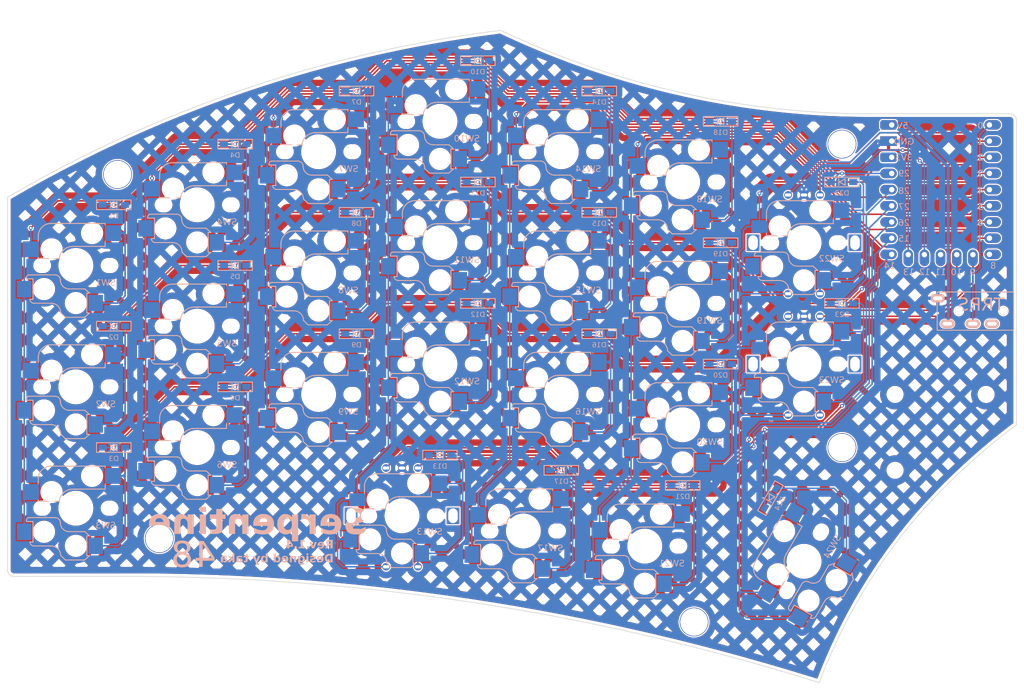
<source format=kicad_pcb>
(kicad_pcb (version 20240108) (generator "pcbnew") (generator_version "8.0")
  (layers (0 "F.Cu" signal) (31 "B.Cu" signal) (34 "B.Paste" user) (35 "F.Paste" user) (36 "B.SilkS" user "B.Silkscreen") (37 "F.SilkS" user "F.Silkscreen") (38 "B.Mask" user) (39 "F.Mask" user) (44 "Edge.Cuts" user))
  (net 0 "")
  (net 1 "Net-(D1-A)")
  (net 2 "Row0")
  (net 3 "Net-(D2-A)")
  (net 4 "Row1")
  (net 5 "Row2")
  (net 6 "Net-(D3-A)")
  (net 7 "Net-(D4-A)")
  (net 8 "Net-(D5-A)")
  (net 9 "Net-(D6-A)")
  (net 10 "Net-(D7-A)")
  (net 11 "Net-(D8-A)")
  (net 12 "Net-(D9-A)")
  (net 13 "Net-(D10-A)")
  (net 14 "Net-(D11-A)")
  (net 15 "Net-(D12-A)")
  (net 16 "Row3")
  (net 17 "Net-(D13-A)")
  (net 18 "Net-(D14-A)")
  (net 19 "Net-(D15-A)")
  (net 20 "Net-(D16-A)")
  (net 21 "Net-(D17-A)")
  (net 22 "Net-(D18-A)")
  (net 23 "Net-(D19-A)")
  (net 24 "Net-(D20-A)")
  (net 25 "Net-(D21-A)")
  (net 26 "Net-(D22-A)")
  (net 27 "Net-(D23-A)")
  (net 28 "Net-(D24-A)")
  (net 29 "DATA_L")
  (net 30 "GND")
  (net 32 "+5V")
  (net 33 "Col0")
  (net 34 "Col1")
  (net 35 "Col2")
  (net 36 "Col3")
  (net 37 "RE1B")
  (net 38 "RE1A")
  (net 39 "Col4")
  (net 40 "Col5")
  (net 41 "RE2B")
  (net 42 "Col6")
  (net 43 "RE2A")
  (net 44 "RE3A")
  (net 45 "RE3B")
  (net 46 "+3V3")
  (footprint "kbd_Parts:Diode_SMD" (layer "F.Cu") (at 79.463152 79.176479)
    (property "Reference" "D1")
    (property "Value" "D" (hide yes))
  )
  (footprint "kbd_Parts:Diode_SMD" (layer "F.Cu") (at 130.660027 118.467104)
    (property "Reference" "D13")
    (property "Value" "D" (hide yes))
  )
  (footprint "kbd_Hole:m2_Screw_Hole" (layer "F.Cu") (at 202.097527 108.942104)
    (property "Reference" "Ref**")
    (property "Value" "Val**")
  )
  (footprint "kbd_Hole:m2_Spacer_Hole" (layer "F.Cu") (at 170.546095 144.66099)
    (property "Reference" "Ref**")
    (property "Value" "Val**")
  )
  (footprint "kbd_Parts:Diode_SMD" (layer "F.Cu") (at 136.613152 56.554604)
    (property "Reference" "D10")
    (property "Value" "D" (hide yes))
  )
  (footprint "taka_lib:Kailh FullPOM MX_Hotswap" (layer "F.Cu") (at 92.560027 98.226479)
    (property "Reference" "SW5" (hide yes))
    (property "Value" "SW_Push" (hide yes))
  )
  (footprint "kbd_Hole:m2_Spacer_Hole" (layer "F.Cu") (at 86.606902 131.563979)
    (property "Reference" "Ref**")
    (property "Value" "Val**")
  )
  (footprint "taka_lib:Kailh FullPOM MX_Hotswap" (layer "F.Cu") (at 130.660027 104.179604)
    (property "Reference" "SW12" (hide yes))
    (property "Value" "SW_Push" (hide yes))
  )
  (footprint "kbd_Parts:Diode_SMD" (layer "F.Cu") (at 136.613152 94.654604)
    (property "Reference" "D12")
    (property "Value" "D" (hide yes))
  )
  (footprint "taka_lib:Kailh FullPOM MX_Hotswap" (layer "F.Cu") (at 168.760027 113.704604)
    (property "Reference" "SW20" (hide yes))
    (property "Value" "SW_Push" (hide yes))
  )
  (footprint "taka_lib:Kailh FullPOM MX_Hotswap" (layer "F.Cu") (at 143.756902 130.373354)
    (property "Reference" "SW17" (hide yes))
    (property "Value" "SW_Push" (hide yes))
  )
  (footprint "taka_lib:Kailh FullPOM MX_Hotswap" (layer "F.Cu") (at 111.610027 89.892104)
    (property "Reference" "SW8" (hide yes))
    (property "Value" "SW_Push" (hide yes))
  )
  (footprint "taka_lib:Kailh FullPOM MX_Hotswap" (layer "F.Cu") (at 73.510027 88.701479)
    (property "Reference" "SW1" (hide yes))
    (property "Value" "SW_Push" (hide yes))
  )
  (footprint "kbd_Parts:Diode_SMD" (layer "F.Cu") (at 117.563152 61.317104)
    (property "Reference" "D7")
    (property "Value" "D" (hide yes))
  )
  (footprint "kbd_Hole:m2_Spacer_Hole" (layer "F.Cu") (at 193.763152 69.651479)
    (property "Reference" "Ref**")
    (property "Value" "Val**")
  )
  (footprint "kbd_Parts:Diode_SMD" (layer "F.Cu") (at 149.710027 120.848354)
    (property "Reference" "D17")
    (property "Value" "D" (hide yes))
  )
  (footprint "taka_lib:RP2040 Zero" (layer "F.Cu") (at 209.241277 76.795229)
    (property "Reference" "U1" (hide yes))
    (property "Value" "RP2040-Zero")
  )
  (footprint "kbd_Hole:m2_Spacer_Hole" (layer "F.Cu") (at 80.058554 74.413979)
    (property "Reference" "Ref**")
    (property "Value" "Val**")
  )
  (footprint "kbd_Parts:Diode_SMD" (layer "F.Cu") (at 155.663152 99.417104)
    (property "Reference" "D16")
    (property "Value" "D" (hide yes))
  )
  (footprint "taka_lib:Kailh FullPOM MX_Hotswap" (layer "F.Cu") (at 168.760027 75.604604)
    (property "Reference" "SW18" (hide yes))
    (property "Value" "SW_Push" (hide yes))
  )
  (footprint "kbd_Parts:Diode_SMD" (layer "F.Cu") (at 168.760027 123.229604)
    (property "Reference" "D21")
    (property "Value" "D" (hide yes))
  )
  (footprint "taka_lib:Kailh FullPOM MX_Hotswap" (layer "F.Cu") (at 187.810027 135.135854 60)
    (property "Reference" "SW24" (hide yes))
    (property "Value" "SW_Push" (hide yes))
  )
  (footprint "taka_lib:Kailh FullPOM MX_Hotswap" (layer "F.Cu") (at 92.560027 79.176479)
    (property "Reference" "SW4" (hide yes))
    (property "Value" "SW_Push" (hide yes))
  )
  (footprint "taka_lib:Kailh FullPOM MX_Hotswap" (layer "F.Cu") (at 92.560027 117.276479)
    (property "Reference" "SW6" (hide yes))
    (property "Value" "SW_Push" (hide yes))
  )
  (footprint "kbd_Parts:Diode_SMD" (layer "F.Cu") (at 98.513152 107.751479)
    (property "Reference" "D6")
    (property "Value" "D" (hide yes))
  )
  (footprint "taka_lib:Kailh FullPOM MX_Hotswap_RE" (layer "F.Cu") (at 187.810027 85.129604)
    (property "Reference" "SW22" (hide yes))
    (property "Value" "RotaryEncoder_Switch" (hide yes))
  )
  (footprint "kbd_Parts:Diode_SMD" (layer "F.Cu") (at 98.513152 88.701479)
    (property "Reference" "D5")
    (property "Value" "D" (hide yes))
  )
  (footprint "kbd_Parts:Diode_SMD" (layer "F.Cu") (at 174.713152 104.179604)
    (property "Reference" "D20")
    (property "Value" "D" (hide yes))
  )
  (footprint "taka_lib:Kailh FullPOM MX_Hotswap" (layer "F.Cu") (at 149.710027 70.842104)
    (property "Reference" "SW14" (hide yes))
    (property "Value" "SW_Push" (hide yes))
  )
  (footprint "taka_lib:Kailh FullPOM MX_Hotswap" (layer "F.Cu") (at 168.760027 94.654604)
    (property "Reference" "SW19" (hide yes))
    (property "Value" "SW_Push" (hide yes))
  )
  (footprint "kbd_Hole:m2_Screw_Hole" (layer "F.Cu") (at 216.385027 108.942104)
    (property "Reference" "Ref**")
    (property "Value" "Val**")
  )
  (footprint "taka_lib:Kailh FullPOM MX_Hotswap" (layer "F.Cu") (at 73.510027 126.801479)
    (property "Reference" "SW3" (hide yes))
    (property "Value" "SW_Push" (hide yes))
  )
  (footprint "taka_lib:Kailh FullPOM MX_Hotswap" (layer "F.Cu") (at 162.806902 132.754604)
    (property "Reference" "SW21" (hide yes))
    (property "Value" "SW_Push" (hide yes))
  )
  (footprint "kbd_Parts:Diode_SMD" (layer "F.Cu") (at 98.513152 69.651479)
    (property "Reference" "D4")
    (property "Value" "D" (hide yes))
  )
  (footprint "kbd_Parts:Diode_SMD" (layer "F.Cu") (at 182.537697 125.217798 60)
    (property "Reference" "D24")
    (property "Value" "D" (hide yes))
  )
  (footprint "taka_lib:Kailh FullPOM MX_Hotswap_RE" (layer "F.Cu") (at 187.810027 104.179604)
    (property "Reference" "SW23" (hide yes))
    (property "Value" "RotaryEncoder_Switch" (hide yes))
  )
  (footprint "kbd_Hole:m2_Spacer_Hole" (layer "F.Cu") (at 193.763152 117.276479)
    (property "Reference" "Ref**")
    (property "Value" "Val**")
  )
  (footprint "taka_lib:Kailh FullPOM MX_Hotswap" (layer "F.Cu") (at 73.510027 107.751479)
    (property "Reference" "SW2" (hide yes))
    (property "Value" "SW_Push" (hide yes))
  )
  (footprint "kbd_Parts:Diode_SMD" (layer "F.Cu") (at 155.663152 61.317104)
    (property "Reference" "D14")
    (property "Value" "D" (hide yes))
  )
  (footprint "taka_lib:Kailh FullPOM MX_Hotswap" (layer "F.Cu") (at 149.710027 108.942104)
    (property "Reference" "SW16" (hide yes))
    (property "Value" "SW_Push" (hide yes))
  )
  (footprint "kbd_Parts:Diode_SMD" (layer "F.Cu") (at 79.463152 117.276479)
    (property "Reference" "D3")
    (property "Value" "D" (hide yes))
  )
  (footprint "kbd_Parts:Diode_SMD" (layer "F.Cu") (at 193.763152 75.604604)
    (property "Reference" "D22")
    (property "Value" "D" (hide yes))
  )
  (footprint "taka_lib:Kailh FullPOM MX_Hotswap_RE" (layer "F.Cu") (at 124.706902 127.992104)
    (property "Reference" "SW13" (hide yes))
    (property "Value" "RotaryEncoder_Switch" (hide yes))
  )
  (footprint "kbd_Parts:Diode_SMD" (layer "F.Cu") (at 193.763152 94.654604)
    (property "Reference" "D23")
    (property "Value" "D" (hide yes))
  )
  (footprint "taka_lib:Kailh FullPOM MX_Hotswap" (layer "F.Cu") (at 111.610027 108.942104)
    (property "Reference" "SW9" (hide yes))
    (property "Value" "SW_Push" (hide yes))
  )
  (footprint "taka_lib:Kailh FullPOM MX_Hotswap" (layer "F.Cu") (at 149.710027 89.892104)
    (property "Reference" "SW15" (hide yes))
    (property "Value" "SW_Push" (hide yes))
  )
  (footprint "kbd_Parts:Diode_SMD" (layer "F.Cu") (at 136.613152 75.604604)
    (property "Reference" "D11")
    (property "Value" "D" (hide yes))
  )
  (footprint "kbd_Parts:Diode_SMD" (layer "F.Cu") (at 117.563152 80.367104)
    (property "Reference" "D8")
    (property "Value" "D" (hide yes))
  )
  (footprint "taka_lib:Kailh FullPOM MX_Hotswap" (layer "F.Cu") (at 130.660027 66.079604)
    (property "Reference" "SW10" (hide yes))
    (property "Value" "SW_Push" (hide yes))
  )
  (footprint "kbd_Parts:Diode_SMD" (layer "F.Cu") (at 155.663152 80.367104)
    (property "Reference" "D15")
    (property "Value" "D" (hide yes))
  )
  (footprint "kbd_Parts:Diode_SMD" (layer "F.Cu") (at 174.713152 85.129604)
    (property "Reference" "D19")
    (property "Value" "D" (hide yes))
  )
  (footprint "taka_lib:Kailh FullPOM MX_Hotswap" (layer "F.Cu") (at 130.660027 85.129604)
    (property "Reference" "SW11" (hide yes))
    (property "Value" "SW_Push" (hide yes))
  )
  (footprint "kbd_Hole:m2_Screw_Hole" (layer "F.Cu") (at 202.097527 120.848354)
    (property "Reference" "Ref**")
    (property "Value" "Val**")
  )
  (footprint "kbd_Parts:Diode_SMD" (layer "F.Cu") (at 79.463152 98.226479)
    (property "Reference" "D2")
    (property "Value" "D" (hide yes))
  )
  (footprint "kbd_Parts:Diode_SMD" (layer "F.Cu") (at 174.713152 66.079604)
    (property "Reference" "D18")
    (property "Value" "D" (hide yes))
  )
  (footprint "kbd_Parts:Diode_SMD" (layer "F.Cu") (at 117.563152 99.417104)
    (property "Reference" "D9")
    (property "Value" "D" (hide yes))
  )
  (footprint "taka_lib:Kailh FullPOM MX_Hotswap" (layer "F.Cu") (at 111.610027 70.842104)
    (property "Reference" "SW7" (hide yes))
    (property "Value" "SW_Push" (hide yes))
  )
  (footprint "taka_lib:TRRS_MJ-4PP-9_1" (layer "B.Cu") (at 214.599257 95.845229 90)
    (property "Reference" "JACK1")
    (property "Value" "MJ-4PP-9" (hide yes))
  )
  (gr_line (start 62.794402 136.517104) (end 62.794402 77.985854) (stroke (width 0.1)) (layer "Edge.Cuts"))
  (gr_arc (start 63.794402 137.517104) (mid 63.087313 137.224208) (end 62.794402 136.517104) (stroke (width 0.1)) (layer "Edge.Cuts"))
  (gr_arc (start 190.191277 154.185854) (mid 196.784508 140.411896) (end 205.669402 127.992104) (stroke (width 0.1)) (layer "Edge.Cuts"))
  (gr_line (start 197.335027 64.888979) (end 220.147527 64.888979) (stroke (width 0.1)) (layer "Edge.Cuts"))
  (gr_line (start 221.147527 65.888979) (end 221.147527 113.704604) (stroke (width 0.1)) (layer "Edge.Cuts"))
  (gr_arc (start 83.035027 137.517104) (mid 137.241317 141.813275) (end 190.191277 154.185854) (stroke (width 0.1)) (layer "Edge.Cuts"))
  (gr_line (start 83.035027 137.517104) (end 63.794402 137.517104) (stroke (width 0.1)) (layer "Edge.Cuts"))
  (gr_arc (start 205.669402 127.992104) (mid 213.037176 120.446125) (end 221.147527 113.704604) (stroke (width 0.1)) (layer "Edge.Cuts"))
  (gr_arc (start 220.147527 64.888979) (mid 220.854644 65.181877) (end 221.147527 65.888979) (stroke (width 0.1)) (layer "Edge.Cuts"))
  (gr_arc (start 62.794402 77.985854) (mid 100.157659 60.95336) (end 140.185027 51.792104) (stroke (width 0.1)) (layer "Edge.Cuts"))
  (gr_arc (start 197.335027 64.888979) (mid 168.042855 61.470016) (end 140.185027 51.792104) (stroke (width 0.1)) (layer "Edge.Cuts"))
  (gr_text "Serpentine" (at 102.0851 129.182852 0) (layer "B.SilkS") (effects (font (size 4 4) (thickness 0.3) (bold yes)) (justify mirror)))
  (gr_text "48" (at 95.536657 136.698188 0) (layer "B.SilkS") (effects (font (size 4 4)) (justify left bottom mirror)))
  (gr_text "Rev.1.4\nDesigned by taka" (at 113.99136 135.507562 0) (layer "B.SilkS") (effects (font (size 1.3 1.3) (thickness 0.25) (bold yes)) (justify left bottom mirror)))
  (segment (start 81.238152 85.129604) (end 81.238152 93.463979) (width 0.25) (layer "B.Cu") (net 1))
  (segment (start 81.238152 83.343751) (end 81.238152 85.129604) (width 0.25) (layer "B.Cu") (net 1))
  (segment (start 76.610027 94.601479) (end 80.100652 94.601479) (width 0.25) (layer "B.Cu") (net 1))
  (segment (start 80.653832 83.621479) (end 80.960424 83.621479) (width 0.25) (layer "B.Cu") (net 1))
  (segment (start 81.238152 82.748438) (end 81.238152 83.343751) (width 0.25) (layer "B.Cu") (net 1))
  (segment (start 81.238152 84.205799) (end 81.238152 85.129604) (width 0.25) (layer "B.Cu") (net 1))
  (segment (start 79.352027 83.621479) (end 80.653832 83.621479) (width 0.25) (layer "B.Cu") (net 1))
  (segment (start 81.238152 83.037159) (end 81.238152 82.748438) (width 0.25) (layer "B.Cu") (net 1))
  (segment (start 81.238152 79.176479) (end 81.238152 82.748438) (width 0.25) (layer "B.Cu") (net 1))
  (segment (start 80.100652 94.601479) (end 81.238152 93.463979) (width 0.25) (layer "B.Cu") (net 1))
  (arc (start 80.653832 83.621479) (mid 81.067009 83.450336) (end 81.238152 83.037159) (width 0.25) (layer "B.Cu") (net 1))
  (arc (start 80.653832 83.621479) (mid 81.067009 83.792622) (end 81.238152 84.205799) (width 0.25) (layer "B.Cu") (net 1))
  (arc (start 80.960424 83.621479) (mid 81.156807 83.540134) (end 81.238152 83.343751) (width 0.25) (layer "B.Cu") (net 1))
  (segment (start 122.325688 56.554585) (end 117.563184 61.317089) (width 0.25) (layer "F.Cu") (net 2))
  (segment (start 192.413777 74.255229) (end 184.429257 66.270709) (width 0.25) (layer "F.Cu") (net 2))
  (segment (start 136.613219 56.554604) (end 136.6132 56.554585) (width 0.25) (layer "F.Cu") (net 2))
  (segment (start 89.624691 69.651471) (end 98.513168 69.651471) (width 0.25) (layer "F.Cu") (net 2))
  (segment (start 79.463152 79.176479) (end 80.099683 79.176479) (width 0.25) (layer "F.Cu") (net 2))
  (segment (start 136.6132 56.554585) (end 122.325688 56.554585) (width 0.25) (layer "F.Cu") (net 2))
  (segment (start 155.663216 61.317089) (end 160.42572 66.079593) (width 0.25) (layer "F.Cu") (net 2))
  (segment (start 193.763302 74.255229) (end 192.413777 74.255229) (width 0.25) (layer "F.Cu") (net 2))
  (segment (start 160.42572 66.079593) (end 174.713232 66.079593) (width 0.25) (layer "F.Cu") (net 2))
  (segment (start 98.513168 69.651471) (end 106.84755 61.317089) (width 0.25) (layer "F.Cu") (net 2))
  (segment (start 136.613219 56.554604) (end 141.375704 61.317089) (width 0.25) (layer "F.Cu") (net 2))
  (segment (start 80.099683 79.176479) (end 89.624691 69.651471) (width 0.25) (layer "F.Cu") (net 2))
  (segment (start 174.904348 66.270709) (end 174.713232 66.079593) (width 0.25) (layer "F.Cu") (net 2))
  (segment (start 184.429257 66.270709) (end 174.904348 66.270709) (width 0.25) (layer "F.Cu") (net 2))
  (segment (start 106.84755 61.317089) (end 117.563184 61.317089) (width 0.25) (layer "F.Cu") (net 2))
  (segment (start 141.375704 61.317089) (end 155.663216 61.317089) (width 0.25) (layer "F.Cu") (net 2))
  (via (at 79.463152 79.176479) (size 0.6) (drill 0.3) (layers "F.Cu" "B.Cu") (net 2))
  (via (at 155.663216 61.317089) (size 0.6) (drill 0.3) (layers "F.Cu" "B.Cu") (net 2))
  (via (at 117.563184 61.317089) (size 0.6) (drill 0.3) (layers "F.Cu" "B.Cu") (net 2))
  (via (at 98.513168 69.651471) (size 0.6) (drill 0.3) (layers "F.Cu" "B.Cu") (net 2))
  (via (at 174.713232 66.079593) (size 0.6) (drill 0.3) (layers "F.Cu" "B.Cu") (net 2))
  (via (at 136.613219 56.554604) (size 0.6) (drill 0.3) (layers "F.Cu" "B.Cu") (net 2))
  (via (at 193.763302 74.255229) (size 0.6) (drill 0.3) (layers "F.Cu" "B.Cu") (net 2))
  (segment (start 136.613219 56.554604) (end 134.838179 56.554604) (width 0.25) (layer "B.Cu") (net 2))
  (segment (start 77.688098 79.176398) (end 79.463071 79.176398) (width 0.25) (layer "B.Cu") (net 2))
  (segment (start 155.663216 61.317089) (end 153.888164 61.317089) (width 0.25) (layer "B.Cu") (net 2))
  (segment (start 193.763302 74.255229) (end 201.571277 74.255229) (width 0.25) (layer "B.Cu") (net 2))
  (segment (start 79.463071 79.176398) (end 79.463152 79.176479) (width 0.25) (layer "B.Cu") (net 2))
  (segment (start 117.563184 61.317089) (end 115.788164 61.317089) (width 0.25) (layer "B.Cu") (net 2))
  (segment (start 98.513168 69.651471) (end 96.738171 69.651471) (width 0.25) (layer "B.Cu") (net 2))
  (segment (start 174.713232 66.079593) (end 172.938168 66.079593) (width 0.25) (layer "B.Cu") (net 2))
  (segment (start 193.337527 74.255229) (end 191.988152 75.604604) (width 0.25) (layer "B.Cu") (net 2))
  (segment (start 193.763302 74.255229) (end 193.337527 74.255229) (width 0.25) (layer "B.Cu") (net 2))
  (segment (start 80.100652 113.651576) (end 81.238152 112.514076) (width 0.25) (layer "B.Cu") (net 3))
  (segment (start 80.653832 102.671576) (end 80.960424 102.671576) (width 0.25) (layer "B.Cu") (net 3))
  (segment (start 79.352027 102.671576) (end 80.653832 102.671576) (width 0.25) (layer "B.Cu") (net 3))
  (segment (start 76.610027 113.651576) (end 80.100652 113.651576) (width 0.25) (layer "B.Cu") (net 3))
  (segment (start 81.238152 98.226576) (end 81.238152 101.798535) (width 0.25) (layer "B.Cu") (net 3))
  (segment (start 81.238152 101.798535) (end 81.238152 102.393848) (width 0.25) (layer "B.Cu") (net 3))
  (segment (start 81.238152 103.255896) (end 81.238152 104.179701) (width 0.25) (layer "B.Cu") (net 3))
  (segment (start 81.238152 102.393848) (end 81.238152 104.179701) (width 0.25) (layer "B.Cu") (net 3))
  (segment (start 81.238152 104.179701) (end 81.238152 112.514076) (width 0.25) (layer "B.Cu") (net 3))
  (segment (start 81.238152 102.087256) (end 81.238152 101.798535) (width 0.25) (layer "B.Cu") (net 3))
  (arc (start 80.653832 102.671576) (mid 81.067009 102.842719) (end 81.238152 103.255896) (width 0.25) (layer "B.Cu") (net 3))
  (arc (start 80.960424 102.671576) (mid 81.156807 102.590231) (end 81.238152 102.393848) (width 0.25) (layer "B.Cu") (net 3))
  (arc (start 80.653832 102.671576) (mid 81.067009 102.500433) (end 81.238152 102.087256) (width 0.25) (layer "B.Cu") (net 3))
  (segment (start 88.98816 88.701471) (end 98.513168 88.701471) (width 0.25) (layer "F.Cu") (net 4))
  (segment (start 155.663216 80.367089) (end 160.42572 85.129593) (width 0.25) (layer "F.Cu") (net 4))
  (segment (start 193.763302 94.654698) (end 184.238337 94.654698) (width 0.25) (layer "F.Cu") (net 4))
  (segment (start 79.463152 98.226479) (end 88.98816 88.701471) (width 0.25) (layer "F.Cu") (net 4))
  (segment (start 160.42572 85.129593) (end 174.713232 85.129593) (width 0.25) (layer "F.Cu") (net 4))
  (segment (start 122.325688 75.604585) (end 136.6132 75.604585) (width 0.25) (layer "F.Cu") (net 4))
  (segment (start 98.513168 88.701471) (end 106.84755 80.367089) (width 0.25) (layer "F.Cu") (net 4))
  (segment (start 136.6132 75.604585) (end 141.375704 80.367089) (width 0.25) (layer "F.Cu") (net 4))
  (segment (start 106.84755 80.367089) (end 117.563184 80.367089) (width 0.25) (layer "F.Cu") (net 4))
  (segment (start 117.563184 80.367089) (end 122.325688 75.604585) (width 0.25) (layer "F.Cu") (net 4))
  (segment (start 141.375704 80.367089) (end 155.663216 80.367089) (width 0.25) (layer "F.Cu") (net 4))
  (segment (start 184.238337 94.654698) (end 174.713232 85.129593) (width 0.25) (layer "F.Cu") (net 4))
  (via (at 174.713232 85.129593) (size 0.6) (drill 0.3) (layers "F.Cu" "B.Cu") (net 4))
  (via (at 117.563184 80.367089) (size 0.6) (drill 0.3) (layers "F.Cu" "B.Cu") (net 4))
  (via (at 98.513168 88.701471) (size 0.6) (drill 0.3) (layers "F.Cu" "B.Cu") (net 4))
  (via (at 193.763302 94.654698) (size 0.6) (drill 0.3) (layers "F.Cu" "B.Cu") (net 4))
  (via (at 155.663216 80.367089) (size 0.6) (drill 0.3) (layers "F.Cu" "B.Cu") (net 4))
  (via (at 136.6132 75.604585) (size 0.6) (drill 0.3) (layers "F.Cu" "B.Cu") (net 4))
  (via (at 79.463152 98.226479) (size 0.6) (drill 0.3) (layers "F.Cu" "B.Cu") (net 4))
  (segment (start 197.588023 90.829977) (end 193.763302 94.654698) (width 0.25) (layer "B.Cu") (net 4))
  (segment (start 193.763302 94.654698) (end 191.988246 94.654698) (width 0.25) (layer "B.Cu") (net 4))
  (segment (start 136.6132 75.604585) (end 134.83816 75.604585) (width 0.25) (layer "B.Cu") (net 4))
  (segment (start 77.688098 98.226398) (end 79.463071 98.226398) (width 0.25) (layer "B.Cu") (net 4))
  (segment (start 155.663216 80.367089) (end 153.888164 80.367089) (width 0.25) (layer "B.Cu") (net 4))
  (segment (start 79.463071 98.226398) (end 79.463152 98.226479) (width 0.25) (layer "B.Cu") (net 4))
  (segment (start 201.540997 76.795229) (end 197.588023 80.748203) (width 0.25) (layer "B.Cu") (net 4))
  (segment (start 197.588023 80.748203) (end 197.588023 90.829977) (width 0.25) (layer "B.Cu") (net 4))
  (segment (start 174.713232 85.129593) (end 172.938168 85.129593) (width 0.25) (layer "B.Cu") (net 4))
  (segment (start 117.563184 80.367089) (end 115.788164 80.367089) (width 0.25) (layer "B.Cu") (net 4))
  (segment (start 98.513168 88.701471) (end 96.738171 88.701471) (width 0.25) (layer "B.Cu") (net 4))
  (segment (start 141.375704 99.417089) (end 155.663216 99.417089) (width 0.25) (layer "F.Cu") (net 5))
  (segment (start 196.884153 92.417732) (end 194.022187 95.279698) (width 0.25) (layer "F.Cu") (net 5))
  (segment (start 160.42572 104.179593) (end 174.713232 104.179593) (width 0.25) (layer "F.Cu") (net 5))
  (segment (start 79.463152 117.276479) (end 88.98816 107.751471) (width 0.25) (layer "F.Cu") (net 5))
  (segment (start 193.329418 95.104698) (end 183.788294 95.104698) (width 0.25) (layer "F.Cu") (net 5))
  (segment (start 155.663216 99.417089) (end 160.42572 104.179593) (width 0.25) (layer "F.Cu") (net 5))
  (segment (start 194.022187 95.279698) (end 193.504418 95.279698) (width 0.25) (layer "F.Cu") (net 5))
  (segment (start 193.504418 95.279698) (end 193.329418 95.104698) (width 0.25) (layer "F.Cu") (net 5))
  (segment (start 183.788294 95.104698) (end 183.642981 95.250011) (width 0.25) (layer "F.Cu") (net 5))
  (segment (start 183.642981 95.250011) (end 183.642814 95.250011) (width 0.25) (layer "F.Cu") (net 5))
  (segment (start 117.563184 99.417089) (end 122.325688 94.654585) (width 0.25) (layer "F.Cu") (net 5))
  (segment (start 88.98816 107.751471) (end 98.513168 107.751471) (width 0.25) (layer "F.Cu") (net 5))
  (segment (start 122.325688 94.654585) (end 136.6132 94.654585) (width 0.25) (layer "F.Cu") (net 5))
  (segment (start 136.6132 94.654585) (end 141.375704 99.417089) (width 0.25) (layer "F.Cu") (net 5))
  (segment (start 98.513168 107.751471) (end 106.84755 99.417089) (width 0.25) (layer "F.Cu") (net 5))
  (segment (start 106.84755 99.417089) (end 117.563184 99.417089) (width 0.25) (layer "F.Cu") (net 5))
  (segment (start 183.642814 95.250011) (end 174.713232 104.179593) (width 0.25) (layer "F.Cu") (net 5))
  (via (at 136.6132 94.654585) (size 0.6) (drill 0.3) (layers "F.Cu" "B.Cu") (net 5))
  (via (at 155.663216 99.417089) (size 0.6) (drill 0.3) (layers "F.Cu" "B.Cu") (net 5))
  (via (at 196.884153 92.417732) (size 0.6) (drill 0.3) (layers "F.Cu" "B.Cu") (net 5))
  (via (at 98.513168 107.751471) (size 0.6) (drill 0.3) (layers "F.Cu" "B.Cu") (net 5))
  (via (at 174.713232 104.179593) (size 0.6) (drill 0.3) (layers "F.Cu" "B.Cu") (net 5))
  (via (at 79.463152 117.276479) (size 0.6) (drill 0.3) (layers "F.Cu" "B.Cu") (net 5))
  (via (at 117.563184 99.417089) (size 0.6) (drill 0.3) (layers "F.Cu" "B.Cu") (net 5))
  (segment (start 79.463071 117.276398) (end 79.463152 117.276479) (width 0.25) (layer "B.Cu") (net 5))
  (segment (start 155.663216 99.417089) (end 153.888164 99.417089) (width 0.25) (layer "B.Cu") (net 5))
  (segment (start 198.038023 91.263862) (end 198.038023 82.838203) (width 0.25) (layer "B.Cu") (net 5))
  (segment (start 117.563184 99.417089) (end 115.788164 99.417089) (width 0.25) (layer "B.Cu") (net 5))
  (segment (start 77.688098 117.276398) (end 79.463071 117.276398) (width 0.25) (layer "B.Cu") (net 5))
  (segment (start 136.6132 94.654585) (end 134.83816 94.654585) (width 0.25) (layer "B.Cu") (net 5))
  (segment (start 201.540997 79.335229) (end 198.038023 82.838203) (width 0.25) (layer "B.Cu") (net 5))
  (segment (start 174.713232 104.179593) (end 172.938168 104.179593) (width 0.25) (layer "B.Cu") (net 5))
  (segment (start 196.884153 92.417732) (end 198.038023 91.263862) (width 0.25) (layer "B.Cu") (net 5))
  (segment (start 98.513168 107.751471) (end 96.738171 107.751471) (width 0.25) (layer "B.Cu") (net 5))
  (segment (start 81.238152 120.848551) (end 81.238152 121.443864) (width 0.25) (layer "B.Cu") (net 6))
  (segment (start 81.238152 122.305912) (end 81.238152 123.229717) (width 0.25) (layer "B.Cu") (net 6))
  (segment (start 81.238152 117.276592) (end 81.238152 120.848551) (width 0.25) (layer "B.Cu") (net 6))
  (segment (start 81.238152 121.443864) (end 81.238152 123.229717) (width 0.25) (layer "B.Cu") (net 6))
  (segment (start 81.238152 121.137272) (end 81.238152 120.848551) (width 0.25) (layer "B.Cu") (net 6))
  (segment (start 76.610027 132.701592) (end 80.100652 132.701592) (width 0.25) (layer "B.Cu") (net 6))
  (segment (start 80.653832 121.721592) (end 80.960424 121.721592) (width 0.25) (layer "B.Cu") (net 6))
  (segment (start 80.100652 132.701592) (end 81.238152 131.564092) (width 0.25) (layer "B.Cu") (net 6))
  (segment (start 81.238152 123.229717) (end 81.238152 131.564092) (width 0.25) (layer "B.Cu") (net 6))
  (segment (start 79.352027 121.721592) (end 80.653832 121.721592) (width 0.25) (layer "B.Cu") (net 6))
  (arc (start 80.653832 121.721592) (mid 81.067009 121.550449) (end 81.238152 121.137272) (width 0.25) (layer "B.Cu") (net 6))
  (arc (start 80.960424 121.721592) (mid 81.156807 121.640247) (end 81.238152 121.443864) (width 0.25) (layer "B.Cu") (net 6))
  (arc (start 80.653832 121.721592) (mid 81.067009 121.892735) (end 81.238152 122.305912) (width 0.25) (layer "B.Cu") (net 6))
  (segment (start 100.299161 75.604677) (end 100.299161 83.939052) (width 0.25) (layer "B.Cu") (net 7))
  (segment (start 100.299161 69.651552) (end 100.299161 73.223511) (width 0.25) (layer "B.Cu") (net 7))
  (segment (start 99.161661 85.076552) (end 100.299161 83.939052) (width 0.25) (layer "B.Cu") (net 7))
  (segment (start 95.671036 85.076552) (end 99.161661 85.076552) (width 0.25) (layer "B.Cu") (net 7))
  (segment (start 100.299161 74.680872) (end 100.299161 75.604677) (width 0.25) (layer "B.Cu") (net 7))
  (segment (start 98.413036 74.096552) (end 99.714841 74.096552) (width 0.25) (layer "B.Cu") (net 7))
  (segment (start 100.299161 73.512232) (end 100.299161 73.223511) (width 0.25) (layer "B.Cu") (net 7))
  (segment (start 100.299161 73.818824) (end 100.299161 75.604677) (width 0.25) (layer "B.Cu") (net 7))
  (segment (start 100.299161 73.223511) (end 100.299161 73.818824) (width 0.25) (layer "B.Cu") (net 7))
  (segment (start 99.714841 74.096552) (end 100.021433 74.096552) (width 0.25) (layer "B.Cu") (net 7))
  (arc (start 99.714841 74.096552) (mid 100.128018 73.925409) (end 100.299161 73.512232) (width 0.25) (layer "B.Cu") (net 7))
  (arc (start 100.021433 74.096552) (mid 100.217816 74.015207) (end 100.299161 73.818824) (width 0.25) (layer "B.Cu") (net 7))
  (arc (start 99.714841 74.096552) (mid 100.128018 74.267695) (end 100.299161 74.680872) (width 0.25) (layer "B.Cu") (net 7))
  (segment (start 100.299161 94.654693) (end 100.299161 102.989068) (width 0.25) (layer "B.Cu") (net 8))
  (segment (start 100.299161 88.701568) (end 100.299161 92.273527) (width 0.25) (layer "B.Cu") (net 8))
  (segment (start 100.299161 93.730888) (end 100.299161 94.654693) (width 0.25) (layer "B.Cu") (net 8))
  (segment (start 98.413036 93.146568) (end 99.714841 93.146568) (width 0.25) (layer "B.Cu") (net 8))
  (segment (start 100.299161 92.273527) (end 100.299161 92.86884) (width 0.25) (layer "B.Cu") (net 8))
  (segment (start 100.299161 92.86884) (end 100.299161 94.654693) (width 0.25) (layer "B.Cu") (net 8))
  (segment (start 95.671036 104.126568) (end 99.161661 104.126568) (width 0.25) (layer "B.Cu") (net 8))
  (segment (start 99.161661 104.126568) (end 100.299161 102.989068) (width 0.25) (layer "B.Cu") (net 8))
  (segment (start 99.714841 93.146568) (end 100.021433 93.146568) (width 0.25) (layer "B.Cu") (net 8))
  (segment (start 100.299161 92.562248) (end 100.299161 92.273527) (width 0.25) (layer "B.Cu") (net 8))
  (arc (start 100.021433 93.146568) (mid 100.217816 93.065223) (end 100.299161 92.86884) (width 0.25) (layer "B.Cu") (net 8))
  (arc (start 99.714841 93.146568) (mid 100.128018 92.975425) (end 100.299161 92.562248) (width 0.25) (layer "B.Cu") (net 8))
  (arc (start 99.714841 93.146568) (mid 100.128018 93.317711) (end 100.299161 93.730888) (width 0.25) (layer "B.Cu") (net 8))
  (segment (start 100.299161 113.704709) (end 100.299161 122.039084) (width 0.25) (layer "B.Cu") (net 9))
  (segment (start 100.299161 112.780904) (end 100.299161 113.704709) (width 0.25) (layer "B.Cu") (net 9))
  (segment (start 99.161661 123.176584) (end 100.299161 122.039084) (width 0.25) (layer "B.Cu") (net 9))
  (segment (start 95.671036 123.176584) (end 99.161661 123.176584) (width 0.25) (layer "B.Cu") (net 9))
  (segment (start 100.299161 107.751584) (end 100.299161 111.323543) (width 0.25) (layer "B.Cu") (net 9))
  (segment (start 100.299161 111.323543) (end 100.299161 111.918856) (width 0.25) (layer "B.Cu") (net 9))
  (segment (start 99.714841 112.196584) (end 100.021433 112.196584) (width 0.25) (layer "B.Cu") (net 9))
  (segment (start 98.413036 112.196584) (end 99.714841 112.196584) (width 0.25) (layer "B.Cu") (net 9))
  (segment (start 100.299161 111.612264) (end 100.299161 111.323543) (width 0.25) (layer "B.Cu") (net 9))
  (segment (start 100.299161 111.918856) (end 100.299161 113.704709) (width 0.25) (layer "B.Cu") (net 9))
  (arc (start 99.714841 112.196584) (mid 100.128018 112.367727) (end 100.299161 112.780904) (width 0.25) (layer "B.Cu") (net 9))
  (arc (start 100.021433 112.196584) (mid 100.217816 112.115239) (end 100.299161 111.918856) (width 0.25) (layer "B.Cu") (net 9))
  (arc (start 99.714841 112.196584) (mid 100.128018 112.025441) (end 100.299161 111.612264) (width 0.25) (layer "B.Cu") (net 9))
  (segment (start 118.211677 76.74217) (end 119.349177 75.60467) (width 0.25) (layer "B.Cu") (net 10))
  (segment (start 119.349177 66.34649) (end 119.349177 67.270295) (width 0.25) (layer "B.Cu") (net 10))
  (segment (start 114.721052 76.74217) (end 118.211677 76.74217) (width 0.25) (layer "B.Cu") (net 10))
  (segment (start 117.463052 65.76217) (end 118.764857 65.76217) (width 0.25) (layer "B.Cu") (net 10))
  (segment (start 119.349177 61.31717) (end 119.349177 64.889129) (width 0.25) (layer "B.Cu") (net 10))
  (segment (start 119.349177 65.484442) (end 119.349177 67.270295) (width 0.25) (layer "B.Cu") (net 10))
  (segment (start 119.349177 67.270295) (end 119.349177 75.60467) (width 0.25) (layer "B.Cu") (net 10))
  (segment (start 119.349177 65.17785) (end 119.349177 64.889129) (width 0.25) (layer "B.Cu") (net 10))
  (segment (start 119.349177 64.889129) (end 119.349177 65.484442) (width 0.25) (layer "B.Cu") (net 10))
  (segment (start 118.764857 65.76217) (end 119.071449 65.76217) (width 0.25) (layer "B.Cu") (net 10))
  (arc (start 118.764857 65.76217) (mid 119.178034 65.933313) (end 119.349177 66.34649) (width 0.25) (layer "B.Cu") (net 10))
  (arc (start 119.071449 65.76217) (mid 119.267832 65.680825) (end 119.349177 65.484442) (width 0.25) (layer "B.Cu") (net 10))
  (arc (start 118.764857 65.76217) (mid 119.178034 65.591027) (end 119.349177 65.17785) (width 0.25) (layer "B.Cu") (net 10))
  (segment (start 119.349177 84.534458) (end 119.349177 86.320311) (width 0.25) (layer "B.Cu") (net 11))
  (segment (start 118.764857 84.812186) (end 119.071449 84.812186) (width 0.25) (layer "B.Cu") (net 11))
  (segment (start 114.721052 95.792186) (end 118.211677 95.792186) (width 0.25) (layer "B.Cu") (net 11))
  (segment (start 119.349177 84.227866) (end 119.349177 83.939145) (width 0.25) (layer "B.Cu") (net 11))
  (segment (start 118.211677 95.792186) (end 119.349177 94.654686) (width 0.25) (layer "B.Cu") (net 11))
  (segment (start 117.463052 84.812186) (end 118.764857 84.812186) (width 0.25) (layer "B.Cu") (net 11))
  (segment (start 119.349177 83.939145) (end 119.349177 84.534458) (width 0.25) (layer "B.Cu") (net 11))
  (segment (start 119.349177 86.320311) (end 119.349177 94.654686) (width 0.25) (layer "B.Cu") (net 11))
  (segment (start 119.349177 85.396506) (end 119.349177 86.320311) (width 0.25) (layer "B.Cu") (net 11))
  (segment (start 119.349177 80.367186) (end 119.349177 83.939145) (width 0.25) (layer "B.Cu") (net 11))
  (arc (start 118.764857 84.812186) (mid 119.178034 84.983329) (end 119.349177 85.396506) (width 0.25) (layer "B.Cu") (net 11))
  (arc (start 118.764857 84.812186) (mid 119.178034 84.641043) (end 119.349177 84.227866) (width 0.25) (layer "B.Cu") (net 11))
  (arc (start 119.071449 84.812186) (mid 119.267832 84.730841) (end 119.349177 84.534458) (width 0.25) (layer "B.Cu") (net 11))
  (segment (start 118.764857 103.862202) (end 119.071449 103.862202) (width 0.25) (layer "B.Cu") (net 12))
  (segment (start 119.349177 99.417202) (end 119.349177 102.989161) (width 0.25) (layer "B.Cu") (net 12))
  (segment (start 114.721052 114.842202) (end 118.211677 114.842202) (width 0.25) (layer "B.Cu") (net 12))
  (segment (start 119.349177 103.277882) (end 119.349177 102.989161) (width 0.25) (layer "B.Cu") (net 12))
  (segment (start 119.349177 105.370327) (end 119.349177 113.704702) (width 0.25) (layer "B.Cu") (net 12))
  (segment (start 119.349177 103.584474) (end 119.349177 105.370327) (width 0.25) (layer "B.Cu") (net 12))
  (segment (start 118.211677 114.842202) (end 119.349177 113.704702) (width 0.25) (layer "B.Cu") (net 12))
  (segment (start 117.463052 103.862202) (end 118.764857 103.862202) (width 0.25) (layer "B.Cu") (net 12))
  (segment (start 119.349177 102.989161) (end 119.349177 103.584474) (width 0.25) (layer "B.Cu") (net 12))
  (segment (start 119.349177 104.446522) (end 119.349177 105.370327) (width 0.25) (layer "B.Cu") (net 12))
  (arc (start 118.764857 103.862202) (mid 119.178034 103.691059) (end 119.349177 103.277882) (width 0.25) (layer "B.Cu") (net 12))
  (arc (start 118.764857 103.862202) (mid 119.178034 104.033345) (end 119.349177 104.446522) (width 0.25) (layer "B.Cu") (net 12))
  (arc (start 119.071449 103.862202) (mid 119.267832 103.780857) (end 119.349177 103.584474) (width 0.25) (layer "B.Cu") (net 12))
  (segment (start 138.399193 60.721938) (end 138.399193 62.507791) (width 0.25) (layer "B.Cu") (net 13))
  (segment (start 137.261693 71.979666) (end 138.399193 70.842166) (width 0.25) (layer "B.Cu") (net 13))
  (segment (start 138.399193 60.126625) (end 138.399193 60.721938) (width 0.25) (layer "B.Cu") (net 13))
  (segment (start 138.399193 60.415346) (end 138.399193 60.126625) (width 0.25) (layer "B.Cu") (net 13))
  (segment (start 138.399193 56.554666) (end 138.399193 60.126625) (width 0.25) (layer "B.Cu") (net 13))
  (segment (start 136.513068 60.999666) (end 137.814873 60.999666) (width 0.25) (layer "B.Cu") (net 13))
  (segment (start 133.771068 71.979666) (end 137.261693 71.979666) (width 0.25) (layer "B.Cu") (net 13))
  (segment (start 138.399193 62.507791) (end 138.399193 70.842166) (width 0.25) (layer "B.Cu") (net 13))
  (segment (start 138.399193 61.583986) (end 138.399193 62.507791) (width 0.25) (layer "B.Cu") (net 13))
  (segment (start 137.814873 60.999666) (end 138.121465 60.999666) (width 0.25) (layer "B.Cu") (net 13))
  (arc (start 137.814873 60.999666) (mid 138.22805 60.828523) (end 138.399193 60.415346) (width 0.25) (layer "B.Cu") (net 13))
  (arc (start 138.121465 60.999666) (mid 138.317848 60.918321) (end 138.399193 60.721938) (width 0.25) (layer "B.Cu") (net 13))
  (arc (start 137.814873 60.999666) (mid 138.22805 61.170809) (end 138.399193 61.583986) (width 0.25) (layer "B.Cu") (net 13))
  (segment (start 133.771068 91.029682) (end 137.261693 91.029682) (width 0.25) (layer "B.Cu") (net 14))
  (segment (start 138.399193 81.557807) (end 138.399193 89.892182) (width 0.25) (layer "B.Cu") (net 14))
  (segment (start 137.261693 91.029682) (end 138.399193 89.892182) (width 0.25) (layer "B.Cu") (net 14))
  (segment (start 138.399193 75.604682) (end 138.399193 79.176641) (width 0.25) (layer "B.Cu") (net 14))
  (segment (start 138.399193 79.771954) (end 138.399193 81.557807) (width 0.25) (layer "B.Cu") (net 14))
  (segment (start 138.399193 80.634002) (end 138.399193 81.557807) (width 0.25) (layer "B.Cu") (net 14))
  (segment (start 138.399193 79.176641) (end 138.399193 79.771954) (width 0.25) (layer "B.Cu") (net 14))
  (segment (start 137.814873 80.049682) (end 138.121465 80.049682) (width 0.25) (layer "B.Cu") (net 14))
  (segment (start 138.399193 79.465362) (end 138.399193 79.176641) (width 0.25) (layer "B.Cu") (net 14))
  (segment (start 136.513068 80.049682) (end 137.814873 80.049682) (width 0.25) (layer "B.Cu") (net 14))
  (arc (start 137.814873 80.049682) (mid 138.22805 80.220825) (end 138.399193 80.634002) (width 0.25) (layer "B.Cu") (net 14))
  (arc (start 138.121465 80.049682) (mid 138.317848 79.968337) (end 138.399193 79.771954) (width 0.25) (layer "B.Cu") (net 14))
  (arc (start 137.814873 80.049682) (mid 138.22805 79.878539) (end 138.399193 79.465362) (width 0.25) (layer "B.Cu") (net 14))
  (segment (start 137.261693 110.079698) (end 138.399193 108.942198) (width 0.25) (layer "B.Cu") (net 15))
  (segment (start 138.399193 94.654698) (end 138.399193 98.226657) (width 0.25) (layer "B.Cu") (net 15))
  (segment (start 138.399193 98.82197) (end 138.399193 100.607823) (width 0.25) (layer "B.Cu") (net 15))
  (segment (start 136.513068 99.099698) (end 137.814873 99.099698) (width 0.25) (layer "B.Cu") (net 15))
  (segment (start 138.399193 99.684018) (end 138.399193 100.607823) (width 0.25) (layer "B.Cu") (net 15))
  (segment (start 138.399193 98.515378) (end 138.399193 98.226657) (width 0.25) (layer "B.Cu") (net 15))
  (segment (start 138.399193 100.607823) (end 138.399193 108.942198) (width 0.25) (layer "B.Cu") (net 15))
  (segment (start 138.399193 98.226657) (end 138.399193 98.82197) (width 0.25) (layer "B.Cu") (net 15))
  (segment (start 133.771068 110.079698) (end 137.261693 110.079698) (width 0.25) (layer "B.Cu") (net 15))
  (segment (start 137.814873 99.099698) (end 138.121465 99.099698) (width 0.25) (layer "B.Cu") (net 15))
  (arc (start 137.814873 99.099698) (mid 138.22805 98.928555) (end 138.399193 98.515378) (width 0.25) (layer "B.Cu") (net 15))
  (arc (start 138.121465 99.099698) (mid 138.317848 99.018353) (end 138.399193 98.82197) (width 0.25) (layer "B.Cu") (net 15))
  (arc (start 137.814873 99.099698) (mid 138.22805 99.270841) (end 138.399193 99.684018) (width 0.25) (layer "B.Cu") (net 15))
  (segment (start 173.535958 123.229722) (end 173.902074 122.863606) (width 0.25) (layer "F.Cu") (net 16))
  (segment (start 152.091392 123.229722) (end 168.760156 123.229722) (width 0.25) (layer "F.Cu") (net 16))
  (segment (start 181.650197 114.475027) (end 190.016424 114.475027) (width 0.25) (layer "F.Cu") (net 16))
  (segment (start 130.660124 118.467218) (end 147.328888 118.467218) (width 0.25) (layer "F.Cu") (net 16))
  (segment (start 173.902074 122.863606) (end 173.902074 122.22315) (width 0.25) (layer "F.Cu") (net 16))
  (segment (start 149.71014 120.84847) (end 152.091392 123.229722) (width 0.25) (layer "F.Cu") (net 16))
  (segment (start 190.016424 114.475027) (end 193.763302 110.728149) (width 0.25) (layer "F.Cu") (net 16))
  (segment (start 173.902074 122.22315) (end 181.650197 114.475027) (width 0.25) (layer "F.Cu") (net 16))
  (segment (start 168.760156 123.229722) (end 173.535958 123.229722) (width 0.25) (layer "F.Cu") (net 16))
  (segment (start 147.328888 118.467218) (end 149.71014 120.84847) (width 0.25) (layer "F.Cu") (net 16))
  (via (at 168.760156 123.229722) (size 0.6) (drill 0.3) (layers "F.Cu" "B.Cu") (net 16))
  (via (at 149.71014 120.84847) (size 0.6) (drill 0.3) (layers "F.Cu" "B.Cu") (net 16))
  (via (at 130.660124 118.467218) (size 0.6) (drill 0.3) (layers "F.Cu" "B.Cu") (net 16))
  (via (at 181.650197 114.475027) (size 0.6) (drill 0.3) (layers "F.Cu" "B.Cu") (net 16))
  (via (at 193.763302 110.728149) (size 0.6) (drill 0.3) (layers "F.Cu" "B.Cu") (net 16))
  (segment (start 197.596116 106.936418) (end 197.596116 92.342165) (width 0.25) (layer "B.Cu") (net 16))
  (segment (start 181.650197 114.475027) (end 181.650197 126.754993) (width 0.25) (layer "B.Cu") (net 16))
  (segment (start 201.540997 81.875229) (end 198.488023 84.928203) (width 0.25) (layer "B.Cu") (net 16))
  (segment (start 198.488023 91.450258) (end 198.488023 84.928203) (width 0.25) (layer "B.Cu") (net 16))
  (segment (start 168.760156 123.229722) (end 166.985145 123.229722) (width 0.25) (layer "B.Cu") (net 16))
  (segment (start 193.804385 110.728149) (end 197.596116 106.936418) (width 0.25) (layer "B.Cu") (net 16))
  (segment (start 193.763302 110.728149) (end 193.804385 110.728149) (width 0.25) (layer "B.Cu") (net 16))
  (segment (start 128.885027 118.467104) (end 130.66001 118.467104) (width 0.25) (layer "B.Cu") (net 16))
  (segment (start 130.66001 118.467104) (end 130.660124 118.467218) (width 0.25) (layer "B.Cu") (net 16))
  (segment (start 149.71014 120.84847) (end 147.935143 120.84847) (width 0.25) (layer "B.Cu") (net 16))
  (segment (start 197.596116 92.342165) (end 198.488023 91.450258) (width 0.25) (layer "B.Cu") (net 16))
  (segment (start 134.231902 122.039096) (end 134.231902 123.825035) (width 0.25) (layer "B.Cu") (net 17))
  (segment (start 127.206902 135.992104) (end 127.206902 134.492104) (width 0.25) (layer "B.Cu") (net 17))
  (segment (start 134.231902 123.507317) (end 134.231902 123.825035) (width 0.25) (layer "B.Cu") (net 17))
  (segment (start 134.231902 119.657729) (end 134.231902 122.039096) (width 0.25) (layer "B.Cu") (net 17))
  (segment (start 134.231902 122.912104) (end 134.231902 124.420229) (width 0.25) (layer "B.Cu") (net 17))
  (segment (start 134.231902 124.420229) (end 134.231902 131.563979) (width 0.25) (layer "B.Cu") (net 17))
  (segment (start 134.231902 123.825035) (end 134.231902 124.420229) (width 0.25) (layer "B.Cu") (net 17))
  (segment (start 132.435027 118.467104) (end 133.041277 118.467104) (width 0.25) (layer "B.Cu") (net 17))
  (segment (start 131.903777 133.892104) (end 134.231902 131.563979) (width 0.25) (layer "B.Cu") (net 17))
  (segment (start 127.806902 133.892104) (end 131.903777 133.892104) (width 0.25) (layer "B.Cu") (net 17))
  (segment (start 134.231902 122.316891) (end 134.231902 122.039096) (width 0.25) (layer "B.Cu") (net 17))
  (segment (start 130.548902 122.912104) (end 133.636689 122.912104) (width 0.25) (layer "B.Cu") (net 17))
  (segment (start 133.636689 122.912104) (end 134.231902 122.912104) (width 0.25) (layer "B.Cu") (net 17))
  (segment (start 133.041277 118.467104) (end 134.231902 119.657729) (width 0.25) (layer "B.Cu") (net 17))
  (arc (start 133.636689 122.912104) (mid 134.057568 123.086438) (end 134.231902 123.507317) (width 0.25) (layer "B.Cu") (net 17))
  (arc (start 133.636689 122.912104) (mid 134.057568 122.73777) (end 134.231902 122.316891) (width 0.25) (layer "B.Cu") (net 17))
  (segment (start 156.311709 76.74217) (end 157.449209 75.60467) (width 0.25) (layer "B.Cu") (net 18))
  (segment (start 157.449209 67.270295) (end 157.449209 75.60467) (width 0.25) (layer "B.Cu") (net 18))
  (segment (start 156.864889 65.76217) (end 157.171481 65.76217) (width 0.25) (layer "B.Cu") (net 18))
  (segment (start 157.449209 65.484442) (end 157.449209 67.270295) (width 0.25) (layer "B.Cu") (net 18))
  (segment (start 152.821084 76.74217) (end 156.311709 76.74217) (width 0.25) (layer "B.Cu") (net 18))
  (segment (start 157.449209 66.34649) (end 157.449209 67.270295) (width 0.25) (layer "B.Cu") (net 18))
  (segment (start 157.449209 61.31717) (end 157.449209 64.889129) (width 0.25) (layer "B.Cu") (net 18))
  (segment (start 155.563084 65.76217) (end 156.864889 65.76217) (width 0.25) (layer "B.Cu") (net 18))
  (segment (start 157.449209 64.889129) (end 157.449209 65.484442) (width 0.25) (layer "B.Cu") (net 18))
  (segment (start 157.449209 65.17785) (end 157.449209 64.889129) (width 0.25) (layer "B.Cu") (net 18))
  (arc (start 156.864889 65.76217) (mid 157.278066 65.591027) (end 157.449209 65.17785) (width 0.25) (layer "B.Cu") (net 18))
  (arc (start 156.864889 65.76217) (mid 157.278066 65.933313) (end 157.449209 66.34649) (width 0.25) (layer "B.Cu") (net 18))
  (arc (start 157.171481 65.76217) (mid 157.367864 65.680825) (end 157.449209 65.484442) (width 0.25) (layer "B.Cu") (net 18))
  (segment (start 157.449209 86.320311) (end 157.449209 94.654686) (width 0.25) (layer "B.Cu") (net 19))
  (segment (start 157.449209 84.534458) (end 157.449209 86.320311) (width 0.25) (layer "B.Cu") (net 19))
  (segment (start 156.864889 84.812186) (end 157.171481 84.812186) (width 0.25) (layer "B.Cu") (net 19))
  (segment (start 157.449209 85.396506) (end 157.449209 86.320311) (width 0.25) (layer "B.Cu") (net 19))
  (segment (start 157.449209 84.227866) (end 157.449209 83.939145) (width 0.25) (layer "B.Cu") (net 19))
  (segment (start 157.449209 80.367186) (end 157.449209 83.939145) (width 0.25) (layer "B.Cu") (net 19))
  (segment (start 156.311709 95.792186) (end 157.449209 94.654686) (width 0.25) (layer "B.Cu") (net 19))
  (segment (start 157.449209 83.939145) (end 157.449209 84.534458) (width 0.25) (layer "B.Cu") (net 19))
  (segment (start 152.821084 95.792186) (end 156.311709 95.792186) (width 0.25) (layer "B.Cu") (net 19))
  (segment (start 155.563084 84.812186) (end 156.864889 84.812186) (width 0.25) (layer "B.Cu") (net 19))
  (arc (start 156.864889 84.812186) (mid 157.278066 84.641043) (end 157.449209 84.227866) (width 0.25) (layer "B.Cu") (net 19))
  (arc (start 157.171481 84.812186) (mid 157.367864 84.730841) (end 157.449209 84.534458) (width 0.25) (layer "B.Cu") (net 19))
  (arc (start 156.864889 84.812186) (mid 157.278066 84.983329) (end 157.449209 85.396506) (width 0.25) (layer "B.Cu") (net 19))
  (segment (start 157.449209 103.277882) (end 157.449209 102.989161) (width 0.25) (layer "B.Cu") (net 20))
  (segment (start 156.311709 114.842202) (end 157.449209 113.704702) (width 0.25) (layer "B.Cu") (net 20))
  (segment (start 157.449209 102.989161) (end 157.449209 103.584474) (width 0.25) (layer "B.Cu") (net 20))
  (segment (start 157.449209 99.417202) (end 157.449209 102.989161) (width 0.25) (layer "B.Cu") (net 20))
  (segment (start 152.821084 114.842202) (end 156.311709 114.842202) (width 0.25) (layer "B.Cu") (net 20))
  (segment (start 157.449209 103.584474) (end 157.449209 105.370327) (width 0.25) (layer "B.Cu") (net 20))
  (segment (start 155.563084 103.862202) (end 156.864889 103.862202) (width 0.25) (layer "B.Cu") (net 20))
  (segment (start 156.864889 103.862202) (end 157.171481 103.862202) (width 0.25) (layer "B.Cu") (net 20))
  (segment (start 157.449209 105.370327) (end 157.449209 113.704702) (width 0.25) (layer "B.Cu") (net 20))
  (segment (start 157.449209 104.446522) (end 157.449209 105.370327) (width 0.25) (layer "B.Cu") (net 20))
  (arc (start 157.171481 103.862202) (mid 157.367864 103.780857) (end 157.449209 103.584474) (width 0.25) (layer "B.Cu") (net 20))
  (arc (start 156.864889 103.862202) (mid 157.278066 103.691059) (end 157.449209 103.277882) (width 0.25) (layer "B.Cu") (net 20))
  (arc (start 156.864889 103.862202) (mid 157.278066 104.033345) (end 157.449209 104.446522) (width 0.25) (layer "B.Cu") (net 20))
  (segment (start 151.496079 120.84847) (end 151.496079 124.420429) (width 0.25) (layer "B.Cu") (net 21))
  (segment (start 151.496079 126.801595) (end 151.496079 135.13597) (width 0.25) (layer "B.Cu") (net 21))
  (segment (start 150.911759 125.29347) (end 151.218351 125.29347) (width 0.25) (layer "B.Cu") (net 21))
  (segment (start 149.609954 125.29347) (end 150.911759 125.29347) (width 0.25) (layer "B.Cu") (net 21))
  (segment (start 151.496079 124.70915) (end 151.496079 124.420429) (width 0.25) (layer "B.Cu") (net 21))
  (segment (start 146.867954 136.27347) (end 150.358579 136.27347) (width 0.25) (layer "B.Cu") (net 21))
  (segment (start 151.496079 125.87779) (end 151.496079 126.801595) (width 0.25) (layer "B.Cu") (net 21))
  (segment (start 151.496079 124.420429) (end 151.496079 125.015742) (width 0.25) (layer "B.Cu") (net 21))
  (segment (start 150.358579 136.27347) (end 151.496079 135.13597) (width 0.25) (layer "B.Cu") (net 21))
  (segment (start 151.496079 125.015742) (end 151.496079 126.801595) (width 0.25) (layer "B.Cu") (net 21))
  (arc (start 151.218351 125.29347) (mid 151.414734 125.212125) (end 151.496079 125.015742) (width 0.25) (layer "B.Cu") (net 21))
  (arc (start 150.911759 125.29347) (mid 151.324936 125.464613) (end 151.496079 125.87779) (width 0.25) (layer "B.Cu") (net 21))
  (arc (start 150.911759 125.29347) (mid 151.324936 125.122327) (end 151.496079 124.70915) (width 0.25) (layer "B.Cu") (net 21))
  (segment (start 174.6131 70.524674) (end 175.914905 70.524674) (width 0.25) (layer "B.Cu") (net 22))
  (segment (start 176.499225 70.246946) (end 176.499225 72.032799) (width 0.25) (layer "B.Cu") (net 22))
  (segment (start 171.8711 81.504674) (end 175.361725 81.504674) (width 0.25) (layer "B.Cu") (net 22))
  (segment (start 176.499225 66.079674) (end 176.499225 69.651633) (width 0.25) (layer "B.Cu") (net 22))
  (segment (start 175.361725 81.504674) (end 176.499225 80.367174) (width 0.25) (layer "B.Cu") (net 22))
  (segment (start 176.499225 69.651633) (end 176.499225 70.246946) (width 0.25) (layer "B.Cu") (net 22))
  (segment (start 176.499225 71.108994) (end 176.499225 72.032799) (width 0.25) (layer "B.Cu") (net 22))
  (segment (start 175.914905 70.524674) (end 176.221497 70.524674) (width 0.25) (layer "B.Cu") (net 22))
  (segment (start 176.499225 72.032799) (end 176.499225 80.367174) (width 0.25) (layer "B.Cu") (net 22))
  (segment (start 176.499225 69.940354) (end 176.499225 69.651633) (width 0.25) (layer "B.Cu") (net 22))
  (arc (start 175.914905 70.524674) (mid 176.328082 70.353531) (end 176.499225 69.940354) (width 0.25) (layer "B.Cu") (net 22))
  (arc (start 176.221497 70.524674) (mid 176.41788 70.443329) (end 176.499225 70.246946) (width 0.25) (layer "B.Cu") (net 22))
  (arc (start 175.914905 70.524674) (mid 176.328082 70.695817) (end 176.499225 71.108994) (width 0.25) (layer "B.Cu") (net 22))
  (segment (start 175.914905 89.57469) (end 176.221497 89.57469) (width 0.25) (layer "B.Cu") (net 23))
  (segment (start 176.499225 89.296962) (end 176.499225 91.082815) (width 0.25) (layer "B.Cu") (net 23))
  (segment (start 176.499225 88.701649) (end 176.499225 89.296962) (width 0.25) (layer "B.Cu") (net 23))
  (segment (start 175.361725 100.55469) (end 176.499225 99.41719) (width 0.25) (layer "B.Cu") (net 23))
  (segment (start 176.499225 90.15901) (end 176.499225 91.082815) (width 0.25) (layer "B.Cu") (net 23))
  (segment (start 176.499225 91.082815) (end 176.499225 99.41719) (width 0.25) (layer "B.Cu") (net 23))
  (segment (start 174.6131 89.57469) (end 175.914905 89.57469) (width 0.25) (layer "B.Cu") (net 23))
  (segment (start 176.499225 85.12969) (end 176.499225 88.701649) (width 0.25) (layer "B.Cu") (net 23))
  (segment (start 171.8711 100.55469) (end 175.361725 100.55469) (width 0.25) (layer "B.Cu") (net 23))
  (segment (start 176.499225 88.99037) (end 176.499225 88.701649) (width 0.25) (layer "B.Cu") (net 23))
  (arc (start 175.914905 89.57469) (mid 176.328082 89.403547) (end 176.499225 88.99037) (width 0.25) (layer "B.Cu") (net 23))
  (arc (start 175.914905 89.57469) (mid 176.328082 89.745833) (end 176.499225 90.15901) (width 0.25) (layer "B.Cu") (net 23))
  (arc (start 176.221497 89.57469) (mid 176.41788 89.493345) (end 176.499225 89.296962) (width 0.25) (layer "B.Cu") (net 23))
  (segment (start 176.499225 109.209026) (end 176.499225 110.132831) (width 0.25) (layer "B.Cu") (net 24))
  (segment (start 176.499225 110.132831) (end 176.499225 118.467206) (width 0.25) (layer "B.Cu") (net 24))
  (segment (start 176.499225 104.179706) (end 176.499225 107.751665) (width 0.25) (layer "B.Cu") (net 24))
  (segment (start 176.499225 107.751665) (end 176.499225 108.346978) (width 0.25) (layer "B.Cu") (net 24))
  (segment (start 176.499225 108.346978) (end 176.499225 110.132831) (width 0.25) (layer "B.Cu") (net 24))
  (segment (start 171.8711 119.604706) (end 175.361725 119.604706) (width 0.25) (layer "B.Cu") (net 24))
  (segment (start 174.6131 108.624706) (end 175.914905 108.624706) (width 0.25) (layer "B.Cu") (net 24))
  (segment (start 176.499225 108.040386) (end 176.499225 107.751665) (width 0.25) (layer "B.Cu") (net 24))
  (segment (start 175.361725 119.604706) (end 176.499225 118.467206) (width 0.25) (layer "B.Cu") (net 24))
  (segment (start 175.914905 108.624706) (end 176.221497 108.624706) (width 0.25) (layer "B.Cu") (net 24))
  (arc (start 176.221497 108.624706) (mid 176.41788 108.543361) (end 176.499225 108.346978) (width 0.25) (layer "B.Cu") (net 24))
  (arc (start 175.914905 108.624706) (mid 176.328082 108.453563) (end 176.499225 108.040386) (width 0.25) (layer "B.Cu") (net 24))
  (arc (start 175.914905 108.624706) (mid 176.328082 108.795849) (end 176.499225 109.209026) (width 0.25) (layer "B.Cu") (net 24))
  (segment (start 170.546095 129.182847) (end 170.546095 137.517222) (width 0.25) (layer "B.Cu") (net 25))
  (segment (start 165.91797 138.654722) (end 169.408595 138.654722) (width 0.25) (layer "B.Cu") (net 25))
  (segment (start 170.546095 127.090402) (end 170.546095 126.801681) (width 0.25) (layer "B.Cu") (net 25))
  (segment (start 169.408595 138.654722) (end 170.546095 137.517222) (width 0.25) (layer "B.Cu") (net 25))
  (segment (start 170.546095 127.396994) (end 170.546095 129.182847) (width 0.25) (layer "B.Cu") (net 25))
  (segment (start 170.546095 128.259042) (end 170.546095 129.182847) (width 0.25) (layer "B.Cu") (net 25))
  (segment (start 170.546095 126.801681) (end 170.546095 127.396994) (width 0.25) (layer "B.Cu") (net 25))
  (segment (start 169.961775 127.674722) (end 170.268367 127.674722) (width 0.25) (layer "B.Cu") (net 25))
  (segment (start 170.546095 123.229722) (end 170.546095 126.801681) (width 0.25) (layer "B.Cu") (net 25))
  (segment (start 168.65997 127.674722) (end 169.961775 127.674722) (width 0.25) (layer "B.Cu") (net 25))
  (arc (start 170.268367 127.674722) (mid 170.46475 127.593377) (end 170.546095 127.396994) (width 0.25) (layer "B.Cu") (net 25))
  (arc (start 169.961775 127.674722) (mid 170.374952 127.503579) (end 170.546095 127.090402) (width 0.25) (layer "B.Cu") (net 25))
  (arc (start 169.961775 127.674722) (mid 170.374952 127.845865) (end 170.546095 128.259042) (width 0.25) (layer "B.Cu") (net 25))
  (segment (start 190.910027 91.029604) (end 195.602457 91.029604) (width 0.25) (layer "B.Cu") (net 26))
  (segment (start 193.652027 80.049604) (end 196.739867 80.049604) (width 0.25) (layer "B.Cu") (net 26))
  (segment (start 197.135027 79.17656) (end 197.135027 75.999842) (width 0.25) (layer "B.Cu") (net 26))
  (segment (start 197.135027 79.654444) (end 197.135027 79.17656) (width 0.25) (layer "B.Cu") (net 26))
  (segment (start 196.739867 80.049604) (end 197.135027 80.049604) (width 0.25) (layer "B.Cu") (net 26))
  (segment (start 197.135027 75.999842) (end 196.739789 75.604604) (width 0.25) (layer "B.Cu") (net 26))
  (segment (start 197.135027 80.444764) (end 197.135027 80.962499) (width 0.25) (layer "B.Cu") (net 26))
  (segment (start 190.310027 93.129604) (end 190.310027 91.629604) (width 0.25) (layer "B.Cu") (net 26))
  (segment (start 196.739789 75.604604) (end 195.538152 75.604604) (width 0.25) (layer "B.Cu") (net 26))
  (segment (start 195.602457 91.029604) (end 197.135027 89.497034) (width 0.25) (layer "B.Cu") (net 26))
  (segment (start 197.135027 80.049604) (end 197.135027 80.367186) (width 0.25) (layer "B.Cu") (net 26))
  (segment (start 197.135027 89.497034) (end 197.135027 80.962499) (width 0.25) (layer "B.Cu") (net 26))
  (segment (start 197.135027 80.367186) (end 197.135027 79.17656) (width 0.25) (layer "B.Cu") (net 26))
  (segment (start 197.135027 80.962499) (end 197.135027 80.367186) (width 0.25) (layer "B.Cu") (net 26))
  (arc (start 196.739867 80.049604) (mid 197.019287 79.933864) (end 197.135027 79.654444) (width 0.25) (layer "B.Cu") (net 26))
  (arc (start 196.739867 80.049604) (mid 197.019287 80.165344) (end 197.135027 80.444764) (width 0.25) (layer "B.Cu") (net 26))
  (segment (start 197.146116 98.704538) (end 197.146116 98.226654) (width 0.25) (layer "B.Cu") (net 27))
  (segment (start 197.146116 98.226654) (end 197.146116 95.049936) (width 0.25) (layer "B.Cu") (net 27))
  (segment (start 196.750956 99.099698) (end 197.146116 99.099698) (width 0.25) (layer "B.Cu") (net 27))
  (segment (start 197.146116 99.41728) (end 197.146116 98.226654) (width 0.25) (layer "B.Cu") (net 27))
  (segment (start 197.146116 106.750022) (end 197.146116 100.012515) (width 0.25) (layer "B.Cu") (net 27))
  (segment (start 190.321116 112.179698) (end 190.321116 110.679698) (width 0.25) (layer "B.Cu") (net 27))
  (segment (start 197.146116 95.049936) (end 196.750878 94.654698) (width 0.25) (layer "B.Cu") (net 27))
  (segment (start 190.921116 110.079698) (end 193.81644 110.079698) (width 0.25) (layer "B.Cu") (net 27))
  (segment (start 196.750878 94.654698) (end 195.549241 94.654698) (width 0.25) (layer "B.Cu") (net 27))
  (segment (start 193.81644 110.079698) (end 197.146116 106.750022) (width 0.25) (layer "B.Cu") (net 27))
  (segment (start 197.146116 99.099698) (end 197.146116 99.41728) (width 0.25) (layer "B.Cu") (net 27))
  (segment (start 197.146116 99.494858) (end 197.146116 100.012593) (width 0.25) (layer "B.Cu") (net 27))
  (segment (start 197.146116 100.012593) (end 197.146116 99.41728) (width 0.25) (layer "B.Cu") (net 27))
  (segment (start 193.663116 99.099698) (end 196.750956 99.099698) (width 0.25) (layer "B.Cu") (net 27))
  (arc (start 196.750956 99.099698) (mid 197.030376 99.215438) (end 197.146116 99.494858) (width 0.25) (layer "B.Cu") (net 27))
  (arc (start 196.750956 99.099698) (mid 197.030376 98.983958) (end 197.146116 98.704538) (width 0.25) (layer "B.Cu") (net 27))
  (segment (start 187.214859 123.680603) (end 186.619546 123.680603) (width 0.25) (layer "B.Cu") (net 28))
  (segment (start 192.539206 123.680603) (end 194.469577 125.610974) (width 0.25) (layer "B.Cu") (net 28))
  (segment (start 186.619546 123.680603) (end 185.42892 123.680603) (width 0.25) (layer "B.Cu") (net 28))
  (segment (start 185.42892 123.680603) (end 184.833607 123.680603) (width 0.25) (layer "B.Cu") (net 28))
  (segment (start 183.425197 123.680603) (end 186.619546 123.680603) (width 0.25) (layer "B.Cu") (net 28))
  (segment (start 186.331618 124.420348) (end 186.331618 123.680603) (width 0.25) (layer "B.Cu") (net 28))
  (segment (start 184.833607 123.680603) (end 183.425197 123.680603) (width 0.25) (layer "B.Cu") (net 28))
  (segment (start 194.469577 135.401175) (end 194.469577 125.610974) (width 0.25) (layer "B.Cu") (net 28))
  (segment (start 187.071363 123.680603) (end 187.214859 123.680603) (width 0.25) (layer "B.Cu") (net 28))
  (segment (start 186.331618 127.536534) (end 186.331618 124.420348) (width 0.25) (layer "B.Cu") (net 28))
  (segment (start 185.591873 123.680603) (end 185.42892 123.680603) (width 0.25) (layer "B.Cu") (net 28))
  (segment (start 187.214859 123.680603) (end 192.539206 123.680603) (width 0.25) (layer "B.Cu") (net 28))
  (arc (start 186.331618 124.420348) (mid 186.114952 123.897269) (end 185.591873 123.680603) (width 0.25) (layer "B.Cu") (net 28))
  (arc (start 186.331618 124.420348) (mid 186.548284 123.897269) (end 187.071363 123.680603) (width 0.25) (layer "B.Cu") (net 28))
  (segment (start 215.396277 88.999224) (end 215.396277 68.150229) (width 0.25) (layer "B.Cu") (net 29))
  (segment (start 214.299257 90.096244) (end 215.396277 88.999224) (width 0.25) (layer "B.Cu") (net 29))
  (segment (start 215.396277 68.150229) (end 216.911277 66.635229) (width 0.25) (layer "B.Cu") (net 29))
  (segment (start 214.299257 97.845229) (end 214.299257 90.096244) (width 0.25) (layer "B.Cu") (net 29))
  (segment (start 147.567061 117.892218) (end 149.773312 120.09847) (width 0.5) (layer "F.Cu") (net 30))
  (segment (start 205.976902 70.842104) (end 204.310027 69.175229) (width 0.5) (layer "F.Cu") (net 30))
  (segment (start 186.760027 97.729604) (end 182.311968 97.729604) (width 0.5) (layer "F.Cu") (net 30))
  (segment (start 187.810172 76.199995) (end 183.047668 76.199995) (width 0.5) (layer "F.Cu") (net 30))
  (segment (start 150.46014 120.785298) (end 150.46014 120.537809) (width 0.5) (layer "F.Cu") (net 30))
  (segment (start 182.311968 97.729604) (end 177.0718 102.969772) (width 0.5) (layer "F.Cu") (net 30))
  (segment (start 152.329564 122.654722) (end 150.46014 120.785298) (width 0.5) (layer "F.Cu") (net 30))
  (segment (start 187.810027 96.679604) (end 186.760027 97.729604) (width 0.5) (layer "F.Cu") (net 30))
  (segment (start 204.310027 69.175229) (end 201.571277 69.175229) (width 0.5) (layer "F.Cu") (net 30))
  (segment (start 169.070817 122.479722) (end 168.449495 122.479722) (width 0.5) (layer "F.Cu") (net 30))
  (segment (start 130.970785 117.717218) (end 127.481788 117.717218) (width 0.5) (layer "F.Cu") (net 30))
  (segment (start 183.047668 76.199995) (end 177.689851 81.557812) (width 0.5) (layer "F.Cu") (net 30))
  (segment (start 169.245817 122.654722) (end 169.070817 122.479722) (width 0.5) (layer "F.Cu") (net 30))
  (segment (start 147.567061 117.892218) (end 131.145785 117.892218) (width 0.5) (layer "F.Cu") (net 30))
  (segment (start 173.227074 122.654722) (end 169.245817 122.654722) (width 0.5) (layer "F.Cu") (net 30))
  (segment (start 127.481788 117.717218) (end 124.706902 120.492104) (width 0.5) (layer "F.Cu") (net 30))
  (segment (start 150.020801 120.09847) (end 149.773312 120.09847) (width 0.5) (layer "F.Cu") (net 30))
  (segment (start 131.145785 117.892218) (end 130.970785 117.717218) (width 0.5) (layer "F.Cu") (net 30))
  (segment (start 150.46014 120.537809) (end 150.020801 120.09847) (width 0.5) (layer "F.Cu") (net 30))
  (segment (start 173.277074 122.604722) (end 173.227074 122.654722) (width 0.5) (layer "F.Cu") (net 30))
  (segment (start 168.274495 122.654722) (end 152.329564 122.654722) (width 0.5) (layer "F.Cu") (net 30))
  (segment (start 168.449495 122.479722) (end 168.274495 122.654722) (width 0.5) (layer "F.Cu") (net 30))
  (via (at 177.689851 81.557812) (size 0.6) (drill 0.3) (layers "F.Cu" "B.Cu") (net 30))
  (via (at 205.976902 70.842104) (size 0.6) (drill 0.3) (layers "F.Cu" "B.Cu") (net 30))
  (via (at 187.810172 76.199995) (size 0.6) (drill 0.3) (layers "F.Cu" "B.Cu") (net 30))
  (via (at 173.277074 122.604722) (size 0.6) (drill 0.3) (layers "F.Cu" "B.Cu") (net 30))
  (via (at 177.0718 102.969772) (size 0.6) (drill 0.3) (layers "F.Cu" "B.Cu") (net 30))
  (segment (start 208.799257 90.159422) (end 208.041277 89.401442) (width 0.5) (layer "B.Cu") (net 30))
  (segment (start 196.312527 73.055229) (end 200.192527 69.175229) (width 0.5) (layer "B.Cu") (net 30))
  (segment (start 190.697574 73.055229) (end 187.810172 75.942631) (width 0.5) (layer "B.Cu") (net 30))
  (segment (start 187.810027 77.629604) (end 187.810027 76.20014) (width 0.5) (layer "B.Cu") (net 30))
  (segment (start 208.041277 89.401442) (end 208.041277 75.147246) (width 0.5) (layer "B.Cu") (net 30))
  (segment (start 177.074225 118.807571) (end 177.074225 105.390645) (width 0.5) (layer "B.Cu") (net 30))
  (segment (start 177.074225 105.390645) (end 177.689851 104.775019) (width 0.5) (layer "B.Cu") (net 30))
  (segment (start 177.074225 102.968767) (end 177.074225 86.320316) (width 0.5) (layer "B.Cu") (net 30))
  (segment (start 187.810172 75.942631) (end 187.810172 76.199995) (width 0.5) (layer "B.Cu") (net 30))
  (segment (start 187.810027 76.20014) (end 187.810172 76.199995) (width 0.5) (layer "B.Cu") (net 30))
  (segment (start 177.689851 85.70469) (end 177.689851 81.557812) (width 0.5) (layer "B.Cu") (net 30))
  (segment (start 208.041277 75.147246) (end 208.050652 75.137871) (width 0.5) (layer "B.Cu") (net 30))
  (segment (start 177.689851 103.584393) (end 177.074225 102.968767) (width 0.5) (layer "B.Cu") (net 30))
  (segment (start 177.689851 104.775019) (end 177.689851 103.584393) (width 0.5) (layer "B.Cu") (net 30))
  (segment (start 208.799257 93.845229) (end 208.799257 90.159422) (width 0.5) (layer "B.Cu") (net 30))
  (segment (start 173.277074 122.604722) (end 177.074225 118.807571) (width 0.5) (layer "B.Cu") (net 30))
  (segment (start 208.050652 72.915854) (end 205.976902 70.842104) (width 0.5) (layer "B.Cu") (net 30))
  (segment (start 208.050652 75.137871) (end 208.050652 72.915854) (width 0.5) (layer "B.Cu") (net 30))
  (segment (start 177.074225 86.320316) (end 177.689851 85.70469) (width 0.5) (layer "B.Cu") (net 30))
  (segment (start 196.312527 73.055229) (end 190.697574 73.055229) (width 0.5) (layer "B.Cu") (net 30))
  (segment (start 210.441277 73.232729) (end 210.441277 97.703209) (width 0.5) (layer "B.Cu") (net 32))
  (segment (start 203.843777 66.635229) (end 201.571277 66.635229) (width 0.5) (layer "B.Cu") (net 32))
  (segment (start 210.441277 73.232729) (end 203.843777 66.635229) (width 0.5) (layer "B.Cu") (net 32))
  (segment (start 137.238219 56.29572) (end 137.238219 56.543208) (width 0.25) (layer "F.Cu") (net 33))
  (segment (start 174.279348 65.629593) (end 174.454348 65.454593) (width 0.25) (layer "F.Cu") (net 33))
  (segment (start 117.551788 60.692089) (end 122.139292 56.104585) (width 0.25) (layer "F.Cu") (net 33))
  (segment (start 155.404332 60.692089) (end 155.9221 60.692089) (width 0.25) (layer "F.Cu") (net 33))
  (segment (start 136.354335 55.929604) (end 136.872103 55.929604) (width 0.25) (layer "F.Cu") (net 33))
  (segment (start 160.612116 65.629593) (end 174.279348 65.629593) (width 0.25) (layer "F.Cu") (net 33))
  (segment (start 174.454348 65.454593) (end 174.972116 65.454593) (width 0.25) (layer "F.Cu") (net 33))
  (segment (start 98.501772 69.026471) (end 106.661154 60.867089) (width 0.25) (layer "F.Cu") (net 33))
  (segment (start 156.288216 61.058205) (end 156.288216 61.305693) (width 0.25) (layer "F.Cu") (net 33))
  (segment (start 89.438295 69.201471) (end 98.079284 69.201471) (width 0.25) (layer "F.Cu") (net 33))
  (segment (start 191.423061 72.628117) (end 194.953928 72.628117) (width 0.25) (layer "F.Cu") (net 33))
  (segment (start 137.238219 56.543208) (end 141.5621 60.867089) (width 0.25) (layer "F.Cu") (net 33))
  (segment (start 156.288216 61.305693) (end 160.612116 65.629593) (width 0.25) (layer "F.Cu") (net 33))
  (segment (start 98.079284 69.201471) (end 98.254284 69.026471) (width 0.25) (layer "F.Cu") (net 33))
  (segment (start 136.872103 55.929604) (end 137.238219 56.29572) (width 0.25) (layer "F.Cu") (net 33))
  (segment (start 70.680652 78.551479) (end 80.028751 78.551479) (width 0.25) (layer "F.Cu") (net 33))
  (segment (start 155.229332 60.867089) (end 155.404332 60.692089) (width 0.25) (layer "F.Cu") (net 33))
  (segment (start 122.139292 56.104585) (end 136.179354 56.104585) (width 0.25) (layer "F.Cu") (net 33))
  (segment (start 66.425027 82.807104) (end 70.680652 78.551479) (width 0.25) (layer "F.Cu") (net 33))
  (segment (start 98.254284 69.026471) (end 98.501772 69.026471) (width 0.25) (layer "F.Cu") (net 33))
  (segment (start 155.9221 60.692089) (end 156.288216 61.058205) (width 0.25) (layer "F.Cu") (net 33))
  (segment (start 184.615653 65.820709) (end 191.423061 72.628117) (width 0.25) (layer "F.Cu") (net 33))
  (segment (start 194.953928 72.628117) (end 199.716575 67.86547) (width 0.25) (layer "F.Cu") (net 33))
  (segment (start 117.3043 60.692089) (end 117.551788 60.692089) (width 0.25) (layer "F.Cu") (net 33))
  (segment (start 213.884811 67.86547) (end 215.19457 69.175229) (width 0.25) (layer "F.Cu") (net 33))
  (segment (start 80.058519 78.581247) (end 89.438295 69.201471) (width 0.25) (layer "F.Cu") (net 33))
  (segment (start 215.19457 69.175229) (end 216.911277 69.175229) (width 0.25) (layer "F.Cu") (net 33))
  (segment (start 80.028751 78.551479) (end 80.058519 78.581247) (width 0.25) (layer "F.Cu") (net 33))
  (segment (start 136.179354 56.104585) (end 136.354335 55.929604) (width 0.25) (layer "F.Cu") (net 33))
  (segment (start 199.716575 67.86547) (end 213.884811 67.86547) (width 0.25) (layer "F.Cu") (net 33))
  (segment (start 174.972116 65.454593) (end 175.338232 65.820709) (width 0.25) (layer "F.Cu") (net 33))
  (segment (start 175.338232 65.820709) (end 184.615653 65.820709) (width 0.25) (layer "F.Cu") (net 33))
  (segment (start 141.5621 60.867089) (end 155.229332 60.867089) (width 0.25) (layer "F.Cu") (net 33))
  (segment (start 106.661154 60.867089) (end 117.1293 60.867089) (width 0.25) (layer "F.Cu") (net 33))
  (segment (start 117.1293 60.867089) (end 117.3043 60.692089) (width 0.25) (layer "F.Cu") (net 33))
  (via (at 66.425027 82.807104) (size 0.6) (drill 0.3) (layers "F.Cu" "B.Cu") (net 33))
  (segment (start 66.425027 82.807104) (end 66.425027 86.161479) (width 0.25) (layer "B.Cu") (net 33))
  (segment (start 65.410027 92.401479) (end 65.410027 104.196479) (width 0.25) (layer "B.Cu") (net 33))
  (segment (start 65.410027 111.451479) (end 65.410027 106.226479) (width 0.25) (layer "B.Cu") (net 33))
  (segment (start 65.410027 111.451479) (end 65.410027 123.246479) (width 0.25) (layer "B.Cu") (net 33))
  (segment (start 65.410027 130.501479) (end 65.410027 125.276479) (width 0.25) (layer "B.Cu") (net 33))
  (segment (start 65.410027 92.401479) (end 65.410027 87.176479) (width 0.25) (layer "B.Cu") (net 33))
  (segment (start 192.402382 74.880229) (end 197.46432 74.880229) (width 0.25) (layer "F.Cu") (net 34))
  (segment (start 99.138168 69.910355) (end 99.138168 69.662867) (width 0.25) (layer "F.Cu") (net 34))
  (segment (start 99.138168 69.662867) (end 107.033946 61.767089) (width 0.25) (layer "F.Cu") (net 34))
  (segment (start 197.46432 74.880229) (end 199.4686 72.875949) (width 0.25) (layer "F.Cu") (net 34))
  (segment (start 117.3043 61.942089) (end 117.822068 61.942089) (width 0.25) (layer "F.Cu") (net 34))
  (segment (start 214.03385 72.875949) (end 215.19457 71.715229) (width 0.25) (layer "F.Cu") (net 34))
  (segment (start 118.188184 61.328485) (end 122.512084 57.004585) (width 0.25) (layer "F.Cu") (net 34))
  (segment (start 184.242861 66.720709) (end 192.402382 74.880229) (width 0.25) (layer "F.Cu") (net 34))
  (segment (start 160.239324 66.529593) (end 174.279348 66.529593) (width 0.25) (layer "F.Cu") (net 34))
  (segment (start 136.354335 57.179604) (end 136.601823 57.179604) (width 0.25) (layer "F.Cu") (net 34))
  (segment (start 98.772052 70.276471) (end 99.138168 69.910355) (width 0.25) (layer "F.Cu") (net 34))
  (segment (start 85.475027 74.437531) (end 89.811087 70.101471) (width 0.25) (layer "F.Cu") (net 34))
  (segment (start 174.470464 66.720709) (end 184.242861 66.720709) (width 0.25) (layer "F.Cu") (net 34))
  (segment (start 199.4686 72.875949) (end 214.03385 72.875949) (width 0.25) (layer "F.Cu") (net 34))
  (segment (start 89.811087 70.101471) (end 98.079284 70.101471) (width 0.25) (layer "F.Cu") (net 34))
  (segment (start 118.188184 61.575973) (end 118.188184 61.328485) (width 0.25) (layer "F.Cu") (net 34))
  (segment (start 117.822068 61.942089) (end 118.188184 61.575973) (width 0.25) (layer "F.Cu") (net 34))
  (segment (start 117.1293 61.767089) (end 117.3043 61.942089) (width 0.25) (layer "F.Cu") (net 34))
  (segment (start 98.254284 70.276471) (end 98.772052 70.276471) (width 0.25) (layer "F.Cu") (net 34))
  (segment (start 215.19457 71.715229) (end 216.911277 71.715229) (width 0.25) (layer "F.Cu") (net 34))
  (segment (start 136.601823 57.179604) (end 141.189308 61.767089) (width 0.25) (layer "F.Cu") (net 34))
  (segment (start 107.033946 61.767089) (end 117.1293 61.767089) (width 0.25) (layer "F.Cu") (net 34))
  (segment (start 155.229332 61.767089) (end 155.404332 61.942089) (width 0.25) (layer "F.Cu") (net 34))
  (segment (start 98.079284 70.101471) (end 98.254284 70.276471) (width 0.25) (layer "F.Cu") (net 34))
  (segment (start 85.475027 75.009369) (end 85.475027 74.437531) (width 0.25) (layer "F.Cu") (net 34))
  (segment (start 141.189308 61.767089) (end 155.229332 61.767089) (width 0.25) (layer "F.Cu") (net 34))
  (segment (start 155.404332 61.942089) (end 155.65182 61.942089) (width 0.25) (layer "F.Cu") (net 34))
  (segment (start 155.65182 61.942089) (end 160.239324 66.529593) (width 0.25) (layer "F.Cu") (net 34))
  (segment (start 136.179316 57.004585) (end 136.354335 57.179604) (width 0.25) (layer "F.Cu") (net 34))
  (segment (start 122.512084 57.004585) (end 136.179316 57.004585) (width 0.25) (layer "F.Cu") (net 34))
  (segment (start 174.279348 66.529593) (end 174.470464 66.720709) (width 0.25) (layer "F.Cu") (net 34))
  (via (at 85.475027 75.009369) (size 0.6) (drill 0.3) (layers "F.Cu" "B.Cu") (net 34))
  (segment (start 84.460027 120.976479) (end 84.460027 115.751479) (width 0.25) (layer "B.Cu") (net 34))
  (segment (start 84.460027 82.876479) (end 84.460027 94.671479) (width 0.25) (layer "B.Cu") (net 34))
  (segment (start 85.475027 76.636479) (end 85.475027 75.009369) (width 0.25) (layer "B.Cu") (net 34))
  (segment (start 84.460027 77.651479) (end 84.460027 82.876479) (width 0.25) (layer "B.Cu") (net 34))
  (segment (start 84.460027 101.926479) (end 84.460027 113.721479) (width 0.25) (layer "B.Cu") (net 34))
  (segment (start 84.460027 101.926479) (end 84.460027 96.701479) (width 0.25) (layer "B.Cu") (net 34))
  (segment (start 117.117904 62.392089) (end 118.008464 62.392089) (width 0.25) (layer "F.Cu") (net 35))
  (segment (start 122.69848 57.454585) (end 135.99292 57.454585) (width 0.25) (layer "F.Cu") (net 35))
  (segment (start 136.167939 57.629604) (end 136.415427 57.629604) (width 0.25) (layer "F.Cu") (net 35))
  (segment (start 215.19457 74.255229) (end 216.911277 74.255229) (width 0.25) (layer "F.Cu") (net 35))
  (segment (start 155.217936 62.392089) (end 155.465424 62.392089) (width 0.25) (layer "F.Cu") (net 35))
  (segment (start 136.415427 57.629604) (end 141.002912 62.217089) (width 0.25) (layer "F.Cu") (net 35))
  (segment (start 104.525027 65.484361) (end 104.525027 64.912404) (width 0.25) (layer "F.Cu") (net 35))
  (segment (start 118.638184 61.514881) (end 122.69848 57.454585) (width 0.25) (layer "F.Cu") (net 35))
  (segment (start 174.092952 66.979593) (end 174.284068 67.170709) (width 0.25) (layer "F.Cu") (net 35))
  (segment (start 116.942904 62.217089) (end 117.117904 62.392089) (width 0.25) (layer "F.Cu") (net 35))
  (segment (start 107.220342 62.217089) (end 116.942904 62.217089) (width 0.25) (layer "F.Cu") (net 35))
  (segment (start 155.465424 62.392089) (end 160.052928 66.979593) (width 0.25) (layer "F.Cu") (net 35))
  (segment (start 141.002912 62.217089) (end 155.042936 62.217089) (width 0.25) (layer "F.Cu") (net 35))
  (segment (start 155.042936 62.217089) (end 155.217936 62.392089) (width 0.25) (layer "F.Cu") (net 35))
  (segment (start 213.845273 75.604526) (end 215.19457 74.255229) (width 0.25) (layer "F.Cu") (net 35))
  (segment (start 174.284068 67.170709) (end 184.056465 67.170709) (width 0.25) (layer "F.Cu") (net 35))
  (segment (start 118.008464 62.392089) (end 118.638184 61.762369) (width 0.25) (layer "F.Cu") (net 35))
  (segment (start 160.052928 66.979593) (end 174.092952 66.979593) (width 0.25) (layer "F.Cu") (net 35))
  (segment (start 118.638184 61.762369) (end 118.638184 61.514881) (width 0.25) (layer "F.Cu") (net 35))
  (segment (start 192.490282 75.604526) (end 213.845273 75.604526) (width 0.25) (layer "F.Cu") (net 35))
  (segment (start 135.99292 57.454585) (end 136.167939 57.629604) (width 0.25) (layer "F.Cu") (net 35))
  (segment (start 184.056465 67.170709) (end 192.490282 75.604526) (width 0.25) (layer "F.Cu") (net 35))
  (segment (start 104.525027 64.912404) (end 107.220342 62.217089) (width 0.25) (layer "F.Cu") (net 35))
  (via (at 104.525027 65.484361) (size 0.6) (drill 0.3) (layers "F.Cu" "B.Cu") (net 35))
  (segment (start 104.525027 68.302104) (end 104.525027 65.484361) (width 0.25) (layer "B.Cu") (net 35))
  (segment (start 103.510027 112.642104) (end 103.510027 107.417104) (width 0.25) (layer "B.Cu") (net 35))
  (segment (start 103.510027 74.542104) (end 103.510027 86.337104) (width 0.25) (layer "B.Cu") (net 35))
  (segment (start 103.510027 93.592104) (end 103.510027 105.387104) (width 0.25) (layer "B.Cu") (net 35))
  (segment (start 103.510027 69.317104) (end 103.510027 74.542104) (width 0.25) (layer "B.Cu") (net 35))
  (segment (start 103.510027 93.592104) (end 103.510027 88.367104) (width 0.25) (layer "B.Cu") (net 35))
  (segment (start 123.575027 60.008979) (end 125.679421 57.904585) (width 0.25) (layer "F.Cu") (net 36))
  (segment (start 174.097672 67.620709) (end 183.870069 67.620709) (width 0.25) (layer "F.Cu") (net 36))
  (segment (start 194.235134 77.985774) (end 214.004104 77.985774) (width 0.25) (layer "F.Cu") (net 36))
  (segment (start 123.575027 63.539604) (end 123.575027 60.008979) (width 0.25) (layer "F.Cu") (net 36))
  (segment (start 183.870069 67.620709) (end 194.235134 77.985774) (width 0.25) (layer "F.Cu") (net 36))
  (segment (start 125.679421 57.904585) (end 135.806524 57.904585) (width 0.25) (layer "F.Cu") (net 36))
  (segment (start 159.866532 67.429593) (end 173.906556 67.429593) (width 0.25) (layer "F.Cu") (net 36))
  (segment (start 140.816516 62.667089) (end 154.85654 62.667089) (width 0.25) (layer "F.Cu") (net 36))
  (segment (start 215.194649 76.795229) (end 216.911277 76.795229) (width 0.25) (layer "F.Cu") (net 36))
  (segment (start 136.229031 58.079604) (end 140.816516 62.667089) (width 0.25) (layer "F.Cu") (net 36))
  (segment (start 155.03154 62.842089) (end 155.279028 62.842089) (width 0.25) (layer "F.Cu") (net 36))
  (segment (start 154.85654 62.667089) (end 155.03154 62.842089) (width 0.25) (layer "F.Cu") (net 36))
  (segment (start 135.806524 57.904585) (end 135.981543 58.079604) (width 0.25) (layer "F.Cu") (net 36))
  (segment (start 155.279028 62.842089) (end 159.866532 67.429593) (width 0.25) (layer "F.Cu") (net 36))
  (segment (start 173.906556 67.429593) (end 174.097672 67.620709) (width 0.25) (layer "F.Cu") (net 36))
  (segment (start 214.004104 77.985774) (end 215.194649 76.795229) (width 0.25) (layer "F.Cu") (net 36))
  (segment (start 135.981543 58.079604) (end 136.229031 58.079604) (width 0.25) (layer "F.Cu") (net 36))
  (via (at 123.575027 63.539604) (size 0.6) (drill 0.3) (layers "F.Cu" "B.Cu") (net 36))
  (segment (start 115.181986 131.692104) (end 114.714673 131.692104) (width 0.25) (layer "B.Cu") (net 36))
  (segment (start 115.442795 135.992104) (end 122.206902 135.992104) (width 0.25) (layer "B.Cu") (net 36))
  (segment (start 122.560027 81.574604) (end 122.560027 69.779604) (width 0.25) (layer "B.Cu") (net 36))
  (segment (start 114.586673 135.135982) (end 115.442795 135.992104) (width 0.25) (layer "B.Cu") (net 36))
  (segment (start 116.606902 131.692104) (end 115.309986 131.692104) (width 0.25) (layer "B.Cu") (net 36))
  (segment (start 117.706902 121.895432) (end 117.706902 125.452104) (width 0.25) (layer "B.Cu") (net 36))
  (segment (start 115.340856 125.452104) (end 114.586673 126.206287) (width 0.25) (layer "B.Cu") (net 36))
  (segment (start 122.560027 100.624604) (end 122.560027 88.829604) (width 0.25) (layer "B.Cu") (net 36))
  (segment (start 122.560027 107.879604) (end 122.560027 117.042307) (width 0.25) (layer "B.Cu") (net 36))
  (segment (start 114.714673 131.692104) (end 114.586673 131.564104) (width 0.25) (layer "B.Cu") (net 36))
  (segment (start 122.560027 117.042307) (end 117.706902 121.895432) (width 0.25) (layer "B.Cu") (net 36))
  (segment (start 116.606902 131.692104) (end 115.053986 131.692104) (width 0.25) (layer "B.Cu") (net 36))
  (segment (start 122.560027 107.879604) (end 122.560027 102.654604) (width 0.25) (layer "B.Cu") (net 36))
  (segment (start 117.706902 125.452104) (end 115.340856 125.452104) (width 0.25) (layer "B.Cu") (net 36))
  (segment (start 114.586673 132.159417) (end 114.586673 135.135982) (width 0.25) (layer "B.Cu") (net 36))
  (segment (start 114.586673 130.968791) (end 114.586673 131.564104) (width 0.25) (layer "B.Cu") (net 36))
  (segment (start 122.560027 64.554604) (end 122.560027 69.779604) (width 0.25) (layer "B.Cu") (net 36))
  (segment (start 115.181986 131.692104) (end 116.606902 131.692104) (width 0.25) (layer "B.Cu") (net 36))
  (segment (start 114.586673 131.564104) (end 114.586673 132.159417) (width 0.25) (layer "B.Cu") (net 36))
  (segment (start 122.560027 88.829604) (end 122.560027 83.604604) (width 0.25) (layer "B.Cu") (net 36))
  (segment (start 114.586673 126.206287) (end 114.586673 130.968791) (width 0.25) (layer "B.Cu") (net 36))
  (arc (start 115.053986 131.692104) (mid 114.723546 131.828977) (end 114.586673 132.159417) (width 0.25) (layer "B.Cu") (net 36))
  (arc (start 115.309986 131.692104) (mid 114.798526 131.480251) (end 114.586673 130.968791) (width 0.25) (layer "B.Cu") (net 36))
  (segment (start 179.216085 116.025255) (end 179.216085 116.272743) (width 0.25) (layer "F.Cu") (net 37))
  (segment (start 151.03514 120.547126) (end 151.03514 120.299637) (width 0.25) (layer "F.Cu") (net 37))
  (segment (start 147.805234 117.317218) (end 150.011485 119.52347) (width 0.25) (layer "F.Cu") (net 37))
  (segment (start 147.805234 117.317218) (end 131.383958 117.317218) (width 0.25) (layer "F.Cu") (net 37))
  (segment (start 179.216085 116.272743) (end 173.509106 121.979722) (width 0.25) (layer "F.Cu") (net 37))
  (segment (start 169.30899 121.904722) (end 168.211322 121.904722) (width 0.25) (layer "F.Cu") (net 37))
  (segment (start 150.258973 119.52347) (end 150.011485 119.52347) (width 0.25) (layer "F.Cu") (net 37))
  (segment (start 151.03514 120.299637) (end 150.258973 119.52347) (width 0.25) (layer "F.Cu") (net 37))
  (segment (start 131.383958 117.317218) (end 131.208958 117.142218) (width 0.25) (layer "F.Cu") (net 37))
  (segment (start 131.208958 117.142218) (end 125.556788 117.142218) (width 0.25) (layer "F.Cu") (net 37))
  (segment (start 168.211322 121.904722) (end 168.076948 122.039096) (width 0.25) (layer "F.Cu") (net 37))
  (segment (start 168.076948 122.039096) (end 152.52711 122.039096) (width 0.25) (layer "F.Cu") (net 37))
  (segment (start 169.38399 121.979722) (end 169.30899 121.904722) (width 0.25) (layer "F.Cu") (net 37))
  (segment (start 173.509106 121.979722) (end 169.38399 121.979722) (width 0.25) (layer "F.Cu") (net 37))
  (segment (start 125.556788 117.142218) (end 122.206902 120.492104) (width 0.25) (layer "F.Cu") (net 37))
  (segment (start 152.52711 122.039096) (end 151.03514 120.547126) (width 0.25) (layer "F.Cu") (net 37))
  (via (at 179.216085 116.025255) (size 0.6) (drill 0.3) (layers "F.Cu" "B.Cu") (net 37))
  (segment (start 194.388302 110.987033) (end 194.388302 110.780628) (width 0.25) (layer "B.Cu") (net 37))
  (segment (start 191.975308 113.400027) (end 194.388302 110.987033) (width 0.25) (layer "B.Cu") (net 37))
  (segment (start 179.216085 116.025255) (end 179.216085 115.132709) (width 0.25) (layer "B.Cu") (net 37))
  (segment (start 201.540997 84.415229) (end 198.938023 87.018203) (width 0.25) (layer "B.Cu") (net 37))
  (segment (start 194.388302 110.780628) (end 198.046116 107.122814) (width 0.25) (layer "B.Cu") (net 37))
  (segment (start 198.938023 87.018203) (end 198.938023 91.636654) (width 0.25) (layer "B.Cu") (net 37))
  (segment (start 180.948767 113.400027) (end 191.975308 113.400027) (width 0.25) (layer "B.Cu") (net 37))
  (segment (start 179.216085 115.132709) (end 180.948767 113.400027) (width 0.25) (layer "B.Cu") (net 37))
  (segment (start 198.046116 92.528561) (end 198.938023 91.636654) (width 0.25) (layer "B.Cu") (net 37))
  (segment (start 198.046116 107.122814) (end 198.046116 92.528561) (width 0.25) (layer "B.Cu") (net 37))
  (segment (start 174.352074 123.050002) (end 173.722354 123.679722) (width 0.25) (layer "F.Cu") (net 38))
  (segment (start 149.08514 120.859866) (end 147.142492 118.917218) (width 0.25) (layer "F.Cu") (net 38))
  (segment (start 149.698744 121.47347) (end 149.451256 121.47347) (width 0.25) (layer "F.Cu") (net 38))
  (segment (start 173.722354 123.679722) (end 169.19404 123.679722) (width 0.25) (layer "F.Cu") (net 38))
  (segment (start 131.094008 118.917218) (end 130.919008 119.092218) (width 0.25) (layer "F.Cu") (net 38))
  (segment (start 169.01904 123.854722) (end 168.501272 123.854722) (width 0.25) (layer "F.Cu") (net 38))
  (segment (start 147.142492 118.917218) (end 131.094008 118.917218) (width 0.25) (layer "F.Cu") (net 38))
  (segment (start 149.08514 121.107354) (end 149.08514 120.859866) (width 0.25) (layer "F.Cu") (net 38))
  (segment (start 179.901796 117.107312) (end 179.654308 117.107312) (width 0.25) (layer "F.Cu") (net 38))
  (segment (start 168.326272 123.679722) (end 151.904996 123.679722) (width 0.25) (layer "F.Cu") (net 38))
  (segment (start 174.352074 122.409546) (end 174.352074 123.050002) (width 0.25) (layer "F.Cu") (net 38))
  (segment (start 169.19404 123.679722) (end 169.01904 123.854722) (width 0.25) (layer "F.Cu") (net 38))
  (segment (start 149.451256 121.47347) (end 149.08514 121.107354) (width 0.25) (layer "F.Cu") (net 38))
  (segment (start 130.919008 119.092218) (end 128.606788 119.092218) (width 0.25) (layer "F.Cu") (net 38))
  (segment (start 179.654308 117.107312) (end 174.352074 122.409546) (width 0.25) (layer "F.Cu") (net 38))
  (segment (start 168.501272 123.854722) (end 168.326272 123.679722) (width 0.25) (layer "F.Cu") (net 38))
  (segment (start 128.606788 119.092218) (end 127.206902 120.492104) (width 0.25) (layer "F.Cu") (net 38))
  (segment (start 151.904996 123.679722) (end 149.698744 121.47347) (width 0.25) (layer "F.Cu") (net 38))
  (via (at 179.901796 117.107312) (size 0.6) (drill 0.3) (layers "F.Cu" "B.Cu") (net 38))
  (segment (start 179.901796 115.083394) (end 181.135163 113.850027) (width 0.25) (layer "B.Cu") (net 38))
  (segment (start 194.838302 110.967024) (end 198.496116 107.30921) (width 0.25) (layer "B.Cu") (net 38))
  (segment (start 194.838302 111.173429) (end 194.838302 110.967024) (width 0.25) (layer "B.Cu") (net 38))
  (segment (start 179.901796 117.107312) (end 179.901796 115.083394) (width 0.25) (layer "B.Cu") (net 38))
  (segment (start 181.135163 113.850027) (end 192.161704 113.850027) (width 0.25) (layer "B.Cu") (net 38))
  (segment (start 198.496116 107.30921) (end 198.496116 92.714957) (width 0.25) (layer "B.Cu") (net 38))
  (segment (start 199.388023 89.138483) (end 201.571277 86.955229) (width 0.25) (layer "B.Cu") (net 38))
  (segment (start 192.161704 113.850027) (end 194.838302 111.173429) (width 0.25) (layer "B.Cu") (net 38))
  (segment (start 198.496116 92.714957) (end 199.388023 91.82305) (width 0.25) (layer "B.Cu") (net 38))
  (segment (start 199.388023 91.82305) (end 199.388023 89.138483) (width 0.25) (layer "B.Cu") (net 38))
  (segment (start 154.845144 63.292089) (end 155.092632 63.292089) (width 0.25) (layer "F.Cu") (net 39))
  (segment (start 173.911276 68.070709) (end 183.683673 68.070709) (width 0.25) (layer "F.Cu") (net 39))
  (segment (start 144.455667 63.117089) (end 154.670144 63.117089) (width 0.25) (layer "F.Cu") (net 39))
  (segment (start 154.670144 63.117089) (end 154.845144 63.292089) (width 0.25) (layer "F.Cu") (net 39))
  (segment (start 213.865121 80.664678) (end 215.19457 79.335229) (width 0.25) (layer "F.Cu") (net 39))
  (segment (start 196.277642 80.664678) (end 213.865121 80.664678) (width 0.25) (layer "F.Cu") (net 39))
  (segment (start 173.72016 67.879593) (end 173.911276 68.070709) (width 0.25) (layer "F.Cu") (net 39))
  (segment (start 159.680136 67.879593) (end 173.72016 67.879593) (width 0.25) (layer "F.Cu") (net 39))
  (segment (start 183.683673 68.070709) (end 196.277642 80.664678) (width 0.25) (layer "F.Cu") (net 39))
  (segment (start 155.092632 63.292089) (end 159.680136 67.879593) (width 0.25) (layer "F.Cu") (net 39))
  (segment (start 215.19457 79.335229) (end 216.911277 79.335229) (width 0.25) (layer "F.Cu") (net 39))
  (segment (start 142.625027 64.947729) (end 144.455667 63.117089) (width 0.25) (layer "F.Cu") (net 39))
  (via (at 142.625027 64.947729) (size 0.6) (drill 0.3) (layers "F.Cu" "B.Cu") (net 39))
  (segment (start 136.671902 127.833354) (end 136.671902 124.3617) (width 0.25) (layer "B.Cu") (net 39))
  (segment (start 142.625027 64.947729) (end 142.625027 68.302104) (width 0.25) (layer "B.Cu") (net 39))
  (segment (start 136.671902 124.3617) (end 141.610027 119.423575) (width 0.25) (layer "B.Cu") (net 39))
  (segment (start 141.610027 93.592104) (end 141.610027 105.387104) (width 0.25) (layer "B.Cu") (net 39))
  (segment (start 141.610027 112.642104) (end 141.610027 107.417104) (width 0.25) (layer "B.Cu") (net 39))
  (segment (start 135.656902 134.073354) (end 135.656902 128.848354) (width 0.25) (layer "B.Cu") (net 39))
  (segment (start 141.610027 74.542104) (end 141.610027 86.337104) (width 0.25) (layer "B.Cu") (net 39))
  (segment (start 141.610027 93.592104) (end 141.610027 88.367104) (width 0.25) (layer "B.Cu") (net 39))
  (segment (start 141.610027 119.423575) (end 141.610027 112.642104) (width 0.25) (layer "B.Cu") (net 39))
  (segment (start 141.610027 74.542104) (end 141.610027 69.317104) (width 0.25) (layer "B.Cu") (net 39))
  (segment (start 183.497277 68.520709) (end 173.72488 68.520709) (width 0.25) (layer "F.Cu") (net 40))
  (segment (start 216.911277 81.875229) (end 215.19457 81.875229) (width 0.25) (layer "F.Cu") (net 40))
  (segment (start 214.023873 83.045926) (end 198.022494 83.045926) (width 0.25) (layer "F.Cu") (net 40))
  (segment (start 198.022494 83.045926) (end 183.497277 68.520709) (width 0.25) (layer "F.Cu") (net 40))
  (segment (start 173.72488 68.520709) (end 173.533764 68.329593) (width 0.25) (layer "F.Cu") (net 40))
  (segment (start 173.533764 68.329593) (end 162.938163 68.329593) (width 0.25) (layer "F.Cu") (net 40))
  (segment (start 161.675027 69.592729) (end 161.675027 69.651552) (width 0.25) (layer "F.Cu") (net 40))
  (segment (start 162.938163 68.329593) (end 161.675027 69.592729) (width 0.25) (layer "F.Cu") (net 40))
  (segment (start 215.19457 81.875229) (end 214.023873 83.045926) (width 0.25) (layer "F.Cu") (net 40))
  (via (at 161.675027 69.651552) (size 0.6) (drill 0.3) (layers "F.Cu" "B.Cu") (net 40))
  (segment (start 155.721902 126.742968) (end 160.660027 121.804843) (width 0.25) (layer "B.Cu") (net 40))
  (segment (start 160.660027 74.079604) (end 160.660027 79.304604) (width 0.25) (layer "B.Cu") (net 40))
  (segment (start 154.706902 136.454604) (end 154.706902 131.229604) (width 0.25) (layer "B.Cu") (net 40))
  (segment (start 161.675027 73.064604) (end 161.675027 69.651552) (width 0.25) (layer "B.Cu") (net 40))
  (segment (start 160.660027 79.304604) (end 160.660027 91.099604) (width 0.25) (layer "B.Cu") (net 40))
  (segment (start 155.721902 130.214604) (end 155.721902 126.742968) (width 0.25) (layer "B.Cu") (net 40))
  (segment (start 160.660027 121.804843) (end 160.660027 117.404604) (width 0.25) (layer "B.Cu") (net 40))
  (segment (start 160.660027 98.354604) (end 160.660027 110.149604) (width 0.25) (layer "B.Cu") (net 40))
  (segment (start 160.660027 98.354604) (end 160.660027 93.129604) (width 0.25) (layer "B.Cu") (net 40))
  (segment (start 160.660027 117.404604) (end 160.660027 112.179604) (width 0.25) (layer "B.Cu") (net 40))
  (segment (start 202.461661 67.865613) (end 204.161277 69.565229) (width 0.25) (layer "B.Cu") (net 41))
  (segment (start 190.459402 72.480229) (end 195.101816 72.480229) (width 0.25) (layer "B.Cu") (net 41))
  (segment (start 204.161277 69.565229) (end 204.161277 87.005229) (width 0.25) (layer "B.Cu") (net 41))
  (segment (start 185.310027 77.629604) (end 190.459402 72.480229) (width 0.25) (layer "B.Cu") (net 41))
  (segment (start 195.101816 72.480229) (end 199.716432 67.865613) (width 0.25) (layer "B.Cu") (net 41))
  (segment (start 199.716432 67.865613) (end 202.461661 67.865613) (width 0.25) (layer "B.Cu") (net 41))
  (segment (start 182.612007 75.574995) (end 180.803204 77.383798) (width 0.25) (layer "F.Cu") (net 42))
  (segment (start 215.19457 84.415229) (end 213.884969 85.72483) (width 0.25) (layer "F.Cu") (net 42))
  (segment (start 200.065002 85.72483) (end 189.915167 75.574995) (width 0.25) (layer "F.Cu") (net 42))
  (segment (start 215.19457 84.415229) (end 216.911277 84.415229) (width 0.25) (layer "F.Cu") (net 42))
  (segment (start 213.884969 85.72483) (end 200.065002 85.72483) (width 0.25) (layer "F.Cu") (net 42))
  (segment (start 189.915167 75.574995) (end 182.612007 75.574995) (width 0.25) (layer "F.Cu") (net 42))
  (via (at 180.803204 77.383798) (size 0.6) (drill 0.3) (layers "F.Cu" "B.Cu") (net 42))
  (segment (start 177.649225 113.109401) (end 177.649225 139.303173) (width 0.25) (layer "B.Cu") (net 42))
  (segment (start 177.649225 86.558488) (end 177.928023 86.27969) (width 0.25) (layer "B.Cu") (net 42))
  (segment (start 178.81546 144.00066) (end 186.964321 144.00066) (width 0.25) (layer "B.Cu") (net 42))
  (segment (start 177.752383 140.001644) (end 177.649225 139.898486) (width 0.25) (layer "B.Cu") (net 42))
  (segment (start 177.649225 107.156271) (end 177.649225 105.628817) (width 0.25) (layer "B.Cu") (net 42))
  (segment (start 177.928023 86.27969) (end 177.928024 86.27969) (width 0.25) (layer "B.Cu") (net 42))
  (segment (start 178.285164 140.001644) (end 182.067822 140.001644) (width 0.25) (layer "B.Cu") (net 42))
  (segment (start 177.649225 92.493665) (end 177.649225 92.273446) (width 0.25) (layer "B.Cu") (net 42))
  (segment (start 177.649225 89.465543) (end 177.649225 89.892194) (width 0.25) (layer "B.Cu") (net 42))
  (segment (start 177.649225 139.365705) (end 177.649225 139.303173) (width 0.25) (layer "B.Cu") (net 42))
  (segment (start 177.649225 111.543665) (end 177.649225 111.918775) (width 0.25) (layer "B.Cu") (net 42))
  (segment (start 178.264851 85.942863) (end 178.264851 83.189265) (width 0.25) (layer "B.Cu") (net 42))
  (segment (start 177.649225 108.94221) (end 177.649225 107.751584) (width 0.25) (layer "B.Cu") (net 42))
  (segment (start 178.864512 82.589604) (end 180.810027 82.589604) (width 0.25) (layer "B.Cu") (net 42))
  (segment (start 177.649225 142.834425) (end 178.81546 144.00066) (width 0.25) (layer "B.Cu") (net 42))
  (segment (start 178.285164 93.129604) (end 178.071149 93.129604) (width 0.25) (layer "B.Cu") (net 42))
  (segment (start 177.649225 93.765543) (end 177.649225 94.059385) (width 0.25) (layer "B.Cu") (net 42))
  (segment (start 177.649225 108.515543) (end 177.649225 108.94221) (width 0.25) (layer "B.Cu") (net 42))
  (segment (start 178.264851 103.34622) (end 177.649225 102.730594) (width 0.25) (layer "B.Cu") (net 42))
  (segment (start 178.285164 88.829604) (end 178.116502 88.829604) (width 0.25) (layer "B.Cu") (net 42))
  (segment (start 178.285164 101.639604) (end 177.649225 101.639604) (width 0.25) (layer "B.Cu") (net 42))
  (segment (start 177.649225 94.059385) (end 177.649225 92.273446) (width 0.25) (layer "B.Cu") (net 42))
  (segment (start 178.285164 140.001644) (end 177.752383 140.001644) (width 0.25) (layer "B.Cu") (net 42))
  (segment (start 178.372574 88.829604) (end 178.285164 88.829604) (width 0.25) (layer "B.Cu") (net 42))
  (segment (start 177.649225 107.243665) (end 177.649225 107.156271) (width 0.25) (layer "B.Cu") (net 42))
  (segment (start 177.649225 89.296881) (end 177.649225 88.106255) (width 0.25) (layer "B.Cu") (net 42))
  (segment (start 180.803204 77.383798) (end 180.810027 77.390621) (width 0.25) (layer "B.Cu") (net 42))
  (segment (start 177.649225 111.918775) (end 177.649225 113.109401) (width 0.25) (layer "B.Cu") (net 42))
  (segment (start 177.649225 139.303173) (end 177.649225 139.898486) (width 0.25) (layer "B.Cu") (net 42))
  (segment (start 177.649225 102.393767) (end 177.649225 101.798454) (width 0.25) (layer "B.Cu") (net 42))
  (segment (start 177.649225 89.892194) (end 177.649225 89.296881) (width 0.25) (layer "B.Cu") (net 42))
  (segment (start 185.310027 112.179604) (end 178.285164 112.179604) (width 0.25) (layer "B.Cu") (net 42))
  (segment (start 177.649225 88.106255) (end 177.649225 86.558488) (width 0.25) (layer "B.Cu") (net 42))
  (segment (start 177.649225 139.898486) (end 177.649225 141.089112) (width 0.25) (layer "B.Cu") (net 42))
  (segment (start 178.285164 88.829604) (end 177.649225 88.829604) (width 0.25) (layer "B.Cu") (net 42))
  (segment (start 177.649225 102.275543) (end 177.649225 102.393767) (width 0.25) (layer "B.Cu") (net 42))
  (segment (start 177.649225 102.730594) (end 177.649225 102.393767) (width 0.25) (layer "B.Cu") (net 42))
  (segment (start 177.649225 110.728149) (end 177.649225 111.918775) (width 0.25) (layer "B.Cu") (net 42))
  (segment (start 177.928024 86.27969) (end 178.264851 85.942863) (width 0.25) (layer "B.Cu") (net 42))
  (segment (start 177.649225 100.607828) (end 177.649225 94.059385) (width 0.25) (layer "B.Cu") (net 42))
  (segment (start 177.649225 92.273446) (end 177.649225 89.892194) (width 0.25) (layer "B.Cu") (net 42))
  (segment (start 178.285164 88.829604) (end 179.710027 88.829604) (width 0.25) (layer "B.Cu") (net 42))
  (segment (start 178.264851 105.013191) (end 178.264851 103.34622) (width 0.25) (layer "B.Cu") (net 42))
  (segment (start 178.285164 93.129604) (end 178.049168 93.129604) (width 0.25) (layer "B.Cu") (net 42))
  (segment (start 179.710027 88.829604) (end 178.372574 88.829604) (width 0.25) (layer "B.Cu") (net 42))
  (segment (start 177.649225 141.089112) (end 177.649225 142.834425) (width 0.25) (layer "B.Cu") (net 42))
  (segment (start 177.649225 112.815543) (end 177.649225 113.109401) (width 0.25) (layer "B.Cu") (net 42))
  (segment (start 178.264851 83.189265) (end 178.864512 82.589604) (width 0.25) (layer "B.Cu") (net 42))
  (segment (start 180.810027 77.390621) (end 180.810027 82.589604) (width 0.25) (layer "B.Cu") (net 42))
  (segment (start 177.649225 101.639604) (end 177.649225 101.798454) (width 0.25) (layer "B.Cu") (net 42))
  (segment (start 177.649225 105.628817) (end 178.264851 105.013191) (width 0.25) (layer "B.Cu") (net 42))
  (segment (start 177.649225 88.829604) (end 177.649225 88.106255) (width 0.25) (layer "B.Cu") (net 42))
  (segment (start 177.649225 101.003665) (end 177.649225 100.607828) (width 0.25) (layer "B.Cu") (net 42))
  (segment (start 180.810027 101.639604) (end 178.285164 101.639604) (width 0.25) (layer "B.Cu") (net 42))
  (segment (start 178.285164 107.879604) (end 177.777245 107.879604) (width 0.25) (layer "B.Cu") (net 42))
  (segment (start 177.649225 111.543665) (end 177.649225 110.728149) (width 0.25) (layer "B.Cu") (net 42))
  (segment (start 177.649225 140.637583) (end 177.649225 141.089112) (width 0.25) (layer "B.Cu") (net 42))
  (segment (start 177.649225 101.798454) (end 177.649225 100.607828) (width 0.25) (layer "B.Cu") (net 42))
  (segment (start 185.310027 93.129604) (end 178.285164 93.129604) (width 0.25) (layer "B.Cu") (net 42))
  (segment (start 177.649225 110.728149) (end 177.649225 108.94221) (width 0.25) (layer "B.Cu") (net 42))
  (segment (start 179.710027 107.879604) (end 178.285164 107.879604) (width 0.25) (layer "B.Cu") (net 42))
  (segment (start 177.649225 107.751584) (end 177.649225 107.156271) (width 0.25) (layer "B.Cu") (net 42))
  (segment (start 178.285164 112.179604) (end 177.910054 112.179604) (width 0.25) (layer "B.Cu") (net 42))
  (arc (start 178.285164 112.179604) (mid 177.835487 111.993342) (end 177.649225 111.543665) (width 0.25) (layer "B.Cu") (net 42))
  (arc (start 178.372574 88.829604) (mid 177.861089 88.61774) (end 177.649225 88.106255) (width 0.25) (layer "B.Cu") (net 42))
  (arc (start 178.285164 88.829604) (mid 177.835487 89.015866) (end 177.649225 89.465543) (width 0.25) (layer "B.Cu") (net 42))
  (arc (start 178.071149 93.129604) (mid 177.818088 93.234426) (end 177.713266 93.487487) (width 0.25) (layer "B.Cu") (net 42))
  (arc (start 178.116502 88.829604) (mid 177.786087 88.966466) (end 177.649225 89.296881) (width 0.25) (layer "B.Cu") (net 42))
  (arc (start 178.285164 112.179604) (mid 177.835487 112.365866) (end 177.649225 112.815543) (width 0.25) (layer "B.Cu") (net 42))
  (arc (start 178.285164 107.879604) (mid 177.835487 107.693342) (end 177.649225 107.243665) (width 0.25) (layer "B.Cu") (net 42))
  (arc (start 178.285164 101.639604) (mid 177.835487 101.453342) (end 177.649225 101.003665) (width 0.25) (layer "B.Cu") (net 42))
  (arc (start 177.910054 112.179604) (mid 177.72562 112.103209) (end 177.649225 111.918775) (width 0.25) (layer "B.Cu") (net 42))
  (arc (start 177.777245 107.879604) (mid 177.686721 107.842108) (end 177.649225 107.751584) (width 0.25) (layer "B.Cu") (net 42))
  (arc (start 178.285164 101.639604) (mid 177.835487 101.825866) (end 177.649225 102.275543) (width 0.25) (layer "B.Cu") (net 42))
  (arc (start 178.285164 140.001644) (mid 177.835487 139.815382) (end 177.649225 139.365705) (width 0.25) (layer "B.Cu") (net 42))
  (arc (start 178.049168 93.129604) (mid 177.829908 93.038783) (end 177.739087 92.819523) (width 0.25) (layer "B.Cu") (net 42))
  (arc (start 178.285164 93.129604) (mid 177.835487 93.315866) (end 177.649225 93.765543) (width 0.25) (layer "B.Cu") (net 42))
  (arc (start 178.285164 93.129604) (mid 177.835487 92.943342) (end 177.649225 92.493665) (width 0.25) (layer "B.Cu") (net 42))
  (arc (start 178.285164 140.001644) (mid 177.835487 140.187906) (end 177.649225 140.637583) (width 0.25) (layer "B.Cu") (net 42))
  (arc (start 178.285164 107.879604) (mid 177.835487 108.065866) (end 177.649225 108.515543) (width 0.25) (layer "B.Cu") (net 42))
  (segment (start 203.288152 70.589241) (end 204.315194 70.589241) (width 0.25) (layer "F.Cu") (net 43))
  (segment (start 204.315194 70.589241) (end 205.976902 72.250949) (width 0.25) (layer "F.Cu") (net 43))
  (via (at 203.288152 70.589241) (size 0.6) (drill 0.3) (layers "F.Cu" "B.Cu") (net 43))
  (via (at 205.976902 72.250949) (size 0.6) (drill 0.3) (layers "F.Cu" "B.Cu") (net 43))
  (segment (start 190.935746 73.630229) (end 190.310027 74.255948) (width 0.25) (layer "B.Cu") (net 43))
  (segment (start 206.701277 87.005229) (end 206.701277 72.975324) (width 0.25) (layer "B.Cu") (net 43))
  (segment (start 190.310027 74.255948) (end 190.310027 77.629604) (width 0.25) (layer "B.Cu") (net 43))
  (segment (start 206.701277 72.975324) (end 205.976902 72.250949) (width 0.25) (layer "B.Cu") (net 43))
  (segment (start 203.288152 70.589241) (end 199.662399 70.589241) (width 0.25) (layer "B.Cu") (net 43))
  (segment (start 199.662399 70.589241) (end 196.621411 73.630229) (width 0.25) (layer "B.Cu") (net 43))
  (segment (start 196.621411 73.630229) (end 190.935746 73.630229) (width 0.25) (layer "B.Cu") (net 43))
  (segment (start 214.321277 91.3608) (end 209.002473 96.679604) (width 0.25) (layer "F.Cu") (net 44))
  (segment (start 209.002473 96.679604) (end 190.310027 96.679604) (width 0.25) (layer "F.Cu") (net 44))
  (segment (start 214.321277 87.005229) (end 214.321277 91.3608) (width 0.25) (layer "F.Cu") (net 44))
  (segment (start 193.318022 95.729698) (end 193.143022 95.554698) (width 0.25) (layer "F.Cu") (net 45))
  (segment (start 186.434933 95.554698) (end 185.310027 96.679604) (width 0.25) (layer "F.Cu") (net 45))
  (segment (start 209.315983 95.729698) (end 193.318022 95.729698) (width 0.25) (layer "F.Cu") (net 45))
  (segment (start 211.781277 87.005229) (end 211.781277 93.264404) (width 0.25) (layer "F.Cu") (net 45))
  (segment (start 211.781277 93.264404) (end 209.315983 95.729698) (width 0.25) (layer "F.Cu") (net 45))
  (segment (start 193.143022 95.554698) (end 186.434933 95.554698) (width 0.25) (layer "F.Cu") (net 45))
  (zone (net 30) (net_name "GND") (layers "F&B.Cu") (connect_pads (clearance 0)) (min_thickness 0.25) (fill yes (mode hatch) (thermal_gap 0.5) (thermal_bridge_width 0.5) (hatch_thickness 1) (hatch_gap 1.5) (hatch_orientation 45) (hatch_border_algorithm hatch_thickness) (hatch_min_hole_area 0.3))
    (polygon (pts (xy 222.338152 63.698354) (xy 222.338152 114.895229) (xy 190.191277 155.376479) (xy 61.603777 138.707729) (xy 61.603777 76.795229) (xy 123.516277 47.029604) (xy 197.335027 63.698354)))
  )
)
</source>
